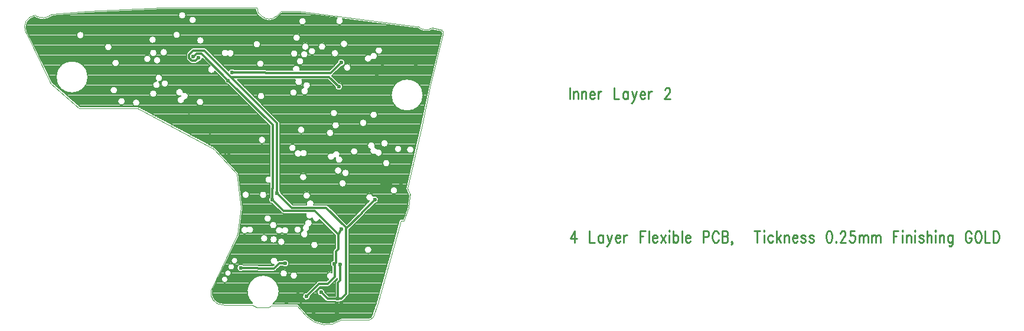
<source format=gbr>
*
*
G04 PADS 9.4.1 Build Number: 494907 generated Gerber (RS-274-X) file*
G04 PC Version=2.1*
*
%IN "MMSP_R_1.pcb"*%
*
%MOIN*%
*
%FSLAX35Y35*%
*
*
*
*
G04 PC Standard Apertures*
*
*
G04 Thermal Relief Aperture macro.*
%AMTER*
1,1,$1,0,0*
1,0,$1-$2,0,0*
21,0,$3,$4,0,0,45*
21,0,$3,$4,0,0,135*
%
*
*
G04 Annular Aperture macro.*
%AMANN*
1,1,$1,0,0*
1,0,$2,0,0*
%
*
*
G04 Odd Aperture macro.*
%AMODD*
1,1,$1,0,0*
1,0,$1-0.005,0,0*
%
*
*
G04 PC Custom Aperture Macros*
*
*
*
*
*
*
G04 PC Aperture Table*
*
%ADD010C,0.001*%
%ADD013C,0.01*%
%ADD015C,0.00787*%
%ADD025C,0.01181*%
%ADD032C,0.01969*%
%ADD035C,0.02362*%
*
*
*
*
G04 PC Circuitry*
G04 Layer Name MMSP_R_1.pcb - circuitry*
%LPD*%
*
*
G04 PC Custom Flashes*
G04 Layer Name MMSP_R_1.pcb - flashes*
%LPD*%
*
*
G04 PC Circuitry*
G04 Layer Name MMSP_R_1.pcb - circuitry*
%LPD*%
*
G54D10*
G01X1084338Y879416D02*
G75*
G03X1091450Y870727I6795J-1694D01*
G01X1084337Y879411D02*
X1084469Y879661D01*
X1084449Y879640*
X1099338Y910590*
X1101338Y925590*
X1099000Y945000*
X1086000Y959000*
X1043000Y982000*
X1010098*
X994098Y996000*
X979772Y1024917*
X985282Y1034748D02*
G03X979774Y1024913I607J-6800D01*
G01X985288Y1034748D02*
X985335Y1034744D01*
X986024Y1034055*
X986021Y1034056D02*
G03X994094Y1034883I3373J6886D01*
G01X994091Y1034881D02*
X994565Y1035356D01*
X1015000Y1037000*
X1057000Y1039000*
X1110433*
G03X1113187Y1034052I5045J-433*
G01X1113191Y1034049D02*
G03X1121065I3937J4610D01*
G01X1121067Y1034051D02*
X1124016Y1037000D01*
X1134000*
X1200197Y1028298*
X1201353*
G03X1209173Y1027455I4431J4416*
G01X1209174D02*
X1209247Y1027530D01*
X1214758Y1026365*
X1215407Y1024033D02*
G03X1214757Y1026366I-2399J589D01*
G01X1215407Y1024032D02*
X1208068Y994095D01*
X1203663Y972687*
X1195353Y936537*
X1196877Y932972*
X1193429Y918301D02*
G03X1196877Y932946I-27976J14316D01*
G01X1193432Y918307D02*
X1191535D01*
X1188000Y905000*
X1178563Y871588*
X1175919Y863986*
X1173588Y862205D02*
G03X1175920Y863988I-330J2848D01*
G01X1173585Y862205D02*
X1158055D01*
X1138351Y864223D02*
G03X1158054Y862204I11040J10587D01*
G01X1138356Y864218D02*
X1132826Y870374D01*
X1118110*
X1116978Y869242*
X1110236*
X1107677Y870727*
X1091453*
G54D13*
X1287008Y993767D02*
Y987205D01*
X1289053Y991580D02*
Y987205D01*
Y990330D02*
X1289735Y991267D01*
X1290190Y991580*
X1290872*
X1291326Y991267*
X1291553Y990330*
Y987205*
X1293599Y991580D02*
Y987205D01*
Y990330D02*
X1294281Y991267D01*
X1294735Y991580*
X1295417*
X1295872Y991267*
X1296099Y990330*
Y987205*
X1298144Y989705D02*
X1300872D01*
Y990330*
X1300644Y990955*
X1300417Y991267*
X1299962Y991580*
X1299281*
X1298826Y991267*
X1298372Y990642*
X1298144Y989705*
Y989080*
X1298372Y988142*
X1298826Y987517*
X1299281Y987205*
X1299962*
X1300417Y987517*
X1300872Y988142*
X1302917Y991580D02*
Y987205D01*
Y989705D02*
X1303144Y990642D01*
X1303599Y991267*
X1304053Y991580*
X1304735*
X1312008Y993767D02*
Y987205D01*
X1314735*
X1319508Y991580D02*
Y987205D01*
Y990642D02*
X1319053Y991267D01*
X1318599Y991580*
X1317917*
X1317462Y991267*
X1317008Y990642*
X1316781Y989705*
Y989080*
X1317008Y988142*
X1317462Y987517*
X1317917Y987205*
X1318599*
X1319053Y987517*
X1319508Y988142*
X1321781Y991580D02*
X1323144Y987205D01*
X1324508Y991580D02*
X1323144Y987205D01*
X1322690Y985955*
X1322235Y985330*
X1321781Y985017*
X1321553*
X1326553Y989705D02*
X1329281D01*
Y990330*
X1329053Y990955*
X1328826Y991267*
X1328372Y991580*
X1327690*
X1327235Y991267*
X1326781Y990642*
X1326553Y989705*
Y989080*
X1326781Y988142*
X1327235Y987517*
X1327690Y987205*
X1328372*
X1328826Y987517*
X1329281Y988142*
X1331326Y991580D02*
Y987205D01*
Y989705D02*
X1331553Y990642D01*
X1332008Y991267*
X1332462Y991580*
X1333144*
X1340644Y992205D02*
Y992517D01*
X1340872Y993142*
X1341099Y993455*
X1341553Y993767*
X1342462*
X1342917Y993455*
X1343144Y993142*
X1343372Y992517*
Y991892*
X1343144Y991267*
X1342690Y990330*
X1340417Y987205*
X1343599*
X1289674Y912665D02*
X1287402Y908290D01*
X1290811*
X1289674Y912665D02*
Y906102D01*
X1298083Y912665D02*
Y906102D01*
X1300811*
X1305583Y910477D02*
Y906102D01*
Y909540D02*
X1305129Y910165D01*
X1304674Y910477*
X1303992*
X1303538Y910165*
X1303083Y909540*
X1302856Y908602*
Y907977*
X1303083Y907040*
X1303538Y906415*
X1303992Y906102*
X1304674*
X1305129Y906415*
X1305583Y907040*
X1307856Y910477D02*
X1309220Y906102D01*
X1310583Y910477D02*
X1309220Y906102D01*
X1308765Y904852*
X1308311Y904227*
X1307856Y903915*
X1307629*
X1312629Y908602D02*
X1315356D01*
Y909227*
X1315129Y909852*
X1314902Y910165*
X1314447Y910477*
X1313765*
X1313311Y910165*
X1312856Y909540*
X1312629Y908602*
Y907977*
X1312856Y907040*
X1313311Y906415*
X1313765Y906102*
X1314447*
X1314902Y906415*
X1315356Y907040*
X1317402Y910477D02*
Y906102D01*
Y908602D02*
X1317629Y909540D01*
X1318083Y910165*
X1318538Y910477*
X1319220*
X1326492Y912665D02*
Y906102D01*
Y912665D02*
X1329447D01*
X1326492Y909540D02*
X1328311D01*
X1331492Y912665D02*
Y906102D01*
X1333538Y908602D02*
X1336265D01*
Y909227*
X1336038Y909852*
X1335811Y910165*
X1335356Y910477*
X1334674*
X1334220Y910165*
X1333765Y909540*
X1333538Y908602*
Y907977*
X1333765Y907040*
X1334220Y906415*
X1334674Y906102*
X1335356*
X1335811Y906415*
X1336265Y907040*
X1338311Y910477D02*
X1340811Y906102D01*
Y910477D02*
X1338311Y906102D01*
X1342856Y912665D02*
X1343083Y912352D01*
X1343311Y912665*
X1343083Y912977*
X1342856Y912665*
X1343083Y910477D02*
Y906102D01*
X1345356Y912665D02*
Y906102D01*
Y909540D02*
X1345811Y910165D01*
X1346265Y910477*
X1346947*
X1347402Y910165*
X1347856Y909540*
X1348083Y908602*
Y907977*
X1347856Y907040*
X1347402Y906415*
X1346947Y906102*
X1346265*
X1345811Y906415*
X1345356Y907040*
X1350129Y912665D02*
Y906102D01*
X1352174Y908602D02*
X1354902D01*
Y909227*
X1354674Y909852*
X1354447Y910165*
X1353992Y910477*
X1353311*
X1352856Y910165*
X1352402Y909540*
X1352174Y908602*
Y907977*
X1352402Y907040*
X1352856Y906415*
X1353311Y906102*
X1353992*
X1354447Y906415*
X1354902Y907040*
X1362174Y912665D02*
Y906102D01*
Y912665D02*
X1364220D01*
X1364902Y912352*
X1365129Y912040*
X1365356Y911415*
Y910477*
X1365129Y909852*
X1364902Y909540*
X1364220Y909227*
X1362174*
X1370811Y911102D02*
X1370583Y911727D01*
X1370129Y912352*
X1369674Y912665*
X1368765*
X1368311Y912352*
X1367856Y911727*
X1367629Y911102*
X1367402Y910165*
Y908602*
X1367629Y907665*
X1367856Y907040*
X1368311Y906415*
X1368765Y906102*
X1369674*
X1370129Y906415*
X1370583Y907040*
X1370811Y907665*
X1372856Y912665D02*
Y906102D01*
Y912665D02*
X1374902D01*
X1375583Y912352*
X1375811Y912040*
X1376038Y911415*
Y910790*
X1375811Y910165*
X1375583Y909852*
X1374902Y909540*
X1372856D02*
X1374902D01*
X1375583Y909227*
X1375811Y908915*
X1376038Y908290*
Y907352*
X1375811Y906727*
X1375583Y906415*
X1374902Y906102*
X1372856*
X1378538Y906415D02*
X1378311Y906102D01*
X1378083Y906415*
X1378311Y906727*
X1378538Y906415*
Y905790*
X1378311Y905165*
X1378083Y904852*
X1392629Y912665D02*
Y906102D01*
X1391038Y912665D02*
X1394220D01*
X1396265D02*
X1396492Y912352D01*
X1396720Y912665*
X1396492Y912977*
X1396265Y912665*
X1396492Y910477D02*
Y906102D01*
X1401492Y909540D02*
X1401038Y910165D01*
X1400583Y910477*
X1399902*
X1399447Y910165*
X1398992Y909540*
X1398765Y908602*
Y907977*
X1398992Y907040*
X1399447Y906415*
X1399902Y906102*
X1400583*
X1401038Y906415*
X1401492Y907040*
X1403538Y912665D02*
Y906102D01*
X1405811Y910477D02*
X1403538Y907352D01*
X1404447Y908602D02*
X1406038Y906102D01*
X1408083Y910477D02*
Y906102D01*
Y909227D02*
X1408765Y910165D01*
X1409220Y910477*
X1409902*
X1410356Y910165*
X1410583Y909227*
Y906102*
X1412629Y908602D02*
X1415356D01*
Y909227*
X1415129Y909852*
X1414902Y910165*
X1414447Y910477*
X1413765*
X1413311Y910165*
X1412856Y909540*
X1412629Y908602*
Y907977*
X1412856Y907040*
X1413311Y906415*
X1413765Y906102*
X1414447*
X1414902Y906415*
X1415356Y907040*
X1419902Y909540D02*
X1419674Y910165D01*
X1418992Y910477*
X1418311*
X1417629Y910165*
X1417402Y909540*
X1417629Y908915*
X1418083Y908602*
X1419220Y908290*
X1419674Y907977*
X1419902Y907352*
Y907040*
X1419674Y906415*
X1418992Y906102*
X1418311*
X1417629Y906415*
X1417402Y907040*
X1424447Y909540D02*
X1424220Y910165D01*
X1423538Y910477*
X1422856*
X1422174Y910165*
X1421947Y909540*
X1422174Y908915*
X1422629Y908602*
X1423765Y908290*
X1424220Y907977*
X1424447Y907352*
Y907040*
X1424220Y906415*
X1423538Y906102*
X1422856*
X1422174Y906415*
X1421947Y907040*
X1433083Y912665D02*
X1432402Y912352D01*
X1431947Y911415*
X1431720Y909852*
Y908915*
X1431947Y907352*
X1432402Y906415*
X1433083Y906102*
X1433538*
X1434220Y906415*
X1434674Y907352*
X1434902Y908915*
Y909852*
X1434674Y911415*
X1434220Y912352*
X1433538Y912665*
X1433083*
X1437174Y906727D02*
X1436947Y906415D01*
X1437174Y906102*
X1437402Y906415*
X1437174Y906727*
X1439674Y911102D02*
Y911415D01*
X1439902Y912040*
X1440129Y912352*
X1440583Y912665*
X1441492*
X1441947Y912352*
X1442174Y912040*
X1442402Y911415*
Y910790*
X1442174Y910165*
X1441720Y909227*
X1439447Y906102*
X1442629*
X1447629Y912665D02*
X1445356D01*
X1445129Y909852*
X1445356Y910165*
X1446038Y910477*
X1446720*
X1447402Y910165*
X1447856Y909540*
X1448083Y908602*
X1447856Y907977*
X1447629Y907040*
X1447174Y906415*
X1446492Y906102*
X1445811*
X1445129Y906415*
X1444902Y906727*
X1444674Y907352*
X1450129Y910477D02*
Y906102D01*
Y909227D02*
X1450811Y910165D01*
X1451265Y910477*
X1451947*
X1452402Y910165*
X1452629Y909227*
Y906102*
Y909227D02*
X1453311Y910165D01*
X1453765Y910477*
X1454447*
X1454902Y910165*
X1455129Y909227*
Y906102*
X1457174Y910477D02*
Y906102D01*
Y909227D02*
X1457856Y910165D01*
X1458311Y910477*
X1458992*
X1459447Y910165*
X1459674Y909227*
Y906102*
Y909227D02*
X1460356Y910165D01*
X1460811Y910477*
X1461492*
X1461947Y910165*
X1462174Y909227*
Y906102*
X1469447Y912665D02*
Y906102D01*
Y912665D02*
X1472402D01*
X1469447Y909540D02*
X1471265D01*
X1474447Y912665D02*
X1474674Y912352D01*
X1474902Y912665*
X1474674Y912977*
X1474447Y912665*
X1474674Y910477D02*
Y906102D01*
X1476947Y910477D02*
Y906102D01*
Y909227D02*
X1477629Y910165D01*
X1478083Y910477*
X1478765*
X1479220Y910165*
X1479447Y909227*
Y906102*
X1481492Y912665D02*
X1481720Y912352D01*
X1481947Y912665*
X1481720Y912977*
X1481492Y912665*
X1481720Y910477D02*
Y906102D01*
X1486492Y909540D02*
X1486265Y910165D01*
X1485583Y910477*
X1484902*
X1484220Y910165*
X1483992Y909540*
X1484220Y908915*
X1484674Y908602*
X1485811Y908290*
X1486265Y907977*
X1486492Y907352*
Y907040*
X1486265Y906415*
X1485583Y906102*
X1484902*
X1484220Y906415*
X1483992Y907040*
X1488538Y912665D02*
Y906102D01*
Y909227D02*
X1489220Y910165D01*
X1489674Y910477*
X1490356*
X1490811Y910165*
X1491038Y909227*
Y906102*
X1493083Y912665D02*
X1493311Y912352D01*
X1493538Y912665*
X1493311Y912977*
X1493083Y912665*
X1493311Y910477D02*
Y906102D01*
X1495583Y910477D02*
Y906102D01*
Y909227D02*
X1496265Y910165D01*
X1496720Y910477*
X1497402*
X1497856Y910165*
X1498083Y909227*
Y906102*
X1502856Y910477D02*
Y905477D01*
X1502629Y904540*
X1502402Y904227*
X1501947Y903915*
X1501265*
X1500811Y904227*
X1502856Y909540D02*
X1502402Y910165D01*
X1501947Y910477*
X1501265*
X1500811Y910165*
X1500356Y909540*
X1500129Y908602*
Y907977*
X1500356Y907040*
X1500811Y906415*
X1501265Y906102*
X1501947*
X1502402Y906415*
X1502856Y907040*
X1513538Y911102D02*
X1513311Y911727D01*
X1512856Y912352*
X1512402Y912665*
X1511492*
X1511038Y912352*
X1510583Y911727*
X1510356Y911102*
X1510129Y910165*
Y908602*
X1510356Y907665*
X1510583Y907040*
X1511038Y906415*
X1511492Y906102*
X1512402*
X1512856Y906415*
X1513311Y907040*
X1513538Y907665*
Y908602*
X1512402D02*
X1513538D01*
X1516947Y912665D02*
X1516492Y912352D01*
X1516038Y911727*
X1515811Y911102*
X1515583Y910165*
Y908602*
X1515811Y907665*
X1516038Y907040*
X1516492Y906415*
X1516947Y906102*
X1517856*
X1518311Y906415*
X1518765Y907040*
X1518992Y907665*
X1519220Y908602*
Y910165*
X1518992Y911102*
X1518765Y911727*
X1518311Y912352*
X1517856Y912665*
X1516947*
X1521265D02*
Y906102D01*
X1523992*
X1526038Y912665D02*
Y906102D01*
Y912665D02*
X1527629D01*
X1528311Y912352*
X1528765Y911727*
X1528992Y911102*
X1529220Y910165*
Y908602*
X1528992Y907665*
X1528765Y907040*
X1528311Y906415*
X1527629Y906102*
X1526038*
G54D15*
X1138976Y867717D02*
X1134449Y872244D01*
X1126969*
X1129331Y874606*
X1131299*
X1133465Y876772*
X1156693Y874213D02*
X1156890Y874409D01*
X1158071*
X1140551Y905709D02*
X1139173D01*
X1138583Y906299*
Y907480*
X1140748*
X1181102Y938976D02*
X1186122D01*
X1186713Y939567*
X1191732*
X1094488Y953937D02*
X1091142Y957283D01*
Y959843*
X1085236Y965945D02*
X1080906Y970276D01*
X1077756*
X1071850Y977362D02*
Y981102D01*
X1177953Y1001378D02*
X1181299Y1005709D01*
X1200000Y1007087D02*
X1203346Y1009843D01*
X1199016Y958661D02*
G03X1199016I-2166J0D01*
G01X1189764Y935630D02*
G03X1189764I-2166J0D01*
G01X1192126Y959055D02*
G03X1192126I-2165J0D01*
G01X1204134Y989567D02*
G03X1204134I-9055J0D01*
G01X1185433Y950984D02*
G03X1185433I-2165J0D01*
G01X1175197Y901969D02*
G03X1175197I-2166J0D01*
G01X1184449Y962205D02*
G03X1184449I-2166J0D01*
G01X1178346Y978346D02*
G03X1178346I-2165J0D01*
G01X1172441Y973819D02*
G03X1172441I-2165J0D01*
G01X1167323Y957677D02*
G03X1167323I-2166J0D01*
G01X1160827Y939567D02*
G03X1160827I-2166J0D01*
G01X1162402Y945472D02*
G03X1162402I-2166J0D01*
G01X1163386Y1005118D02*
G03X1163386I-2166J0D01*
G01X1158268Y946850D02*
G03X1158268I-2166J0D01*
G01X1153740Y968110D02*
G03X1153740I-2165J0D01*
G01X1156890Y972441D02*
G03X1156890I-2166J0D01*
G01X1155906Y979331D02*
G03X1155906I-2166J0D01*
G01X1140551Y932677D02*
G03X1140551I-2165J0D01*
G01X1138583Y943110D02*
G03X1138583I-2166J0D01*
G01X1137402Y969882D02*
G03X1137402I-2166J0D01*
G01X1132480Y959646D02*
G03X1132480I-2165J0D01*
G01X1133071Y990945D02*
G03X1133071I-2165J0D01*
G01X1114764Y988976D02*
G03X1114764I-2166J0D01*
G01X1161614Y1018504D02*
G03X1161614I-2165J0D01*
G01X1156496Y1013189D02*
G03X1156496I-2165J0D01*
G01X1149213Y1016929D02*
G03X1149213I-2166J0D01*
G01X1136811Y1008661D02*
G03X1136811I-2165J0D01*
G01X1139173Y1012598D02*
G03X1139173I-2165J0D01*
G01X1143504Y1014370D02*
G03X1143504I-2165J0D01*
G01X1139764Y1016929D02*
G03X1139764I-2166J0D01*
G01X1133465Y1012992D02*
G03X1133465I-2166J0D01*
G01X1134843Y1022047D02*
G03X1134843I-2166J0D01*
G01X1138189Y1031299D02*
G03X1138189I-2165J0D01*
G01X1114370Y1007283D02*
G03X1114370I-2165J0D01*
G01X1112402Y1018307D02*
G03X1112402I-2166J0D01*
G01X1080512Y1020472D02*
G03X1080512I-2166J0D01*
G01X1076181Y1032087D02*
G03X1076181I-2165J0D01*
G01X1067126Y1023622D02*
G03X1067126I-2165J0D01*
G01X1070276Y1034646D02*
G03X1070276I-2166J0D01*
G01X1060433Y996063D02*
G03X1060433I-2165J0D01*
G01X1053937Y990354D02*
G03X1053937I-2165J0D01*
G01X1056102Y1009252D02*
G03X1056102I-2165J0D01*
G01X1059843Y1013780D02*
G03X1059843I-2166J0D01*
G01X1050591Y1010039D02*
G03X1050591I-2166J0D01*
G01X1053937Y1013386D02*
G03X1053937I-2165J0D01*
G01X1053543Y1020866D02*
G03X1053543I-2165J0D01*
G01X1044291Y985236D02*
G03X1044291I-2165J0D01*
G01X1036024Y986024D02*
G03X1036024I-2166J0D01*
G01X1031693Y992323D02*
G03X1031693I-2165J0D01*
G01X1032677Y1007677D02*
G03X1032677I-2165J0D01*
G01X1028543Y1016732D02*
G03X1028543I-2165J0D01*
G01X1014961Y999803D02*
G03X1014961I-9055J0D01*
G01X1012795Y1023425D02*
G03X1012795I-2165J0D01*
G01X1080315Y985630D02*
G03X1080315I-2165J0D01*
G01X1115945Y933071D02*
G03X1115945I-2165J0D01*
G01X1115354Y964173D02*
G03X1115354I-2165J0D01*
G01X1093954Y885236D02*
G03X1093954I-1884J0D01*
G01X1095810Y888779D02*
G03X1095810I-1884J0D01*
G01X1097666Y892323D02*
G03X1097666I-1884J0D01*
G01X1099522Y895866D02*
G03X1099522I-1884J0D01*
G01X1106102Y933071D02*
G03X1106102I-2165J0D01*
G01X1133268Y887402D02*
G03X1133268I-2166J0D01*
G01X1135433Y913386D02*
G03X1135433I-2165J0D01*
G01X1127559Y888583D02*
G03X1127559I-2165J0D01*
G01X1126181Y906496D02*
G03X1126181I-2165J0D01*
G01X1121850Y907874D02*
G03X1121850I-2165J0D01*
G01X1121654Y915945D02*
G03X1121654I-2166J0D01*
G01X1116535Y908465D02*
G03X1116535I-2165J0D01*
G01X1118504Y919685D02*
G03X1118504I-2165J0D01*
G01X1144882Y904724D02*
G03X1144882I-2165J0D01*
G01X1214451Y1024267D02*
G03X1214227Y1025471I-1443J355D01*
G01X1214227D02*
X1209464Y1026478D01*
X1200961Y1027314D02*
G03X1209464Y1026478I4823J5400D01*
G01X1200961Y1027314D02*
X1200197D01*
X1200069Y1027322D02*
G03X1200197Y1027314I128J976D01*
G01X1200069Y1027322D02*
X1158642Y1032768D01*
X1155525Y1033178D02*
G03X1158642Y1032768I1365J-1682D01*
G01X1155525Y1033178D02*
X1133936Y1036016D01*
X1124423*
X1121763Y1033355*
X1121706Y1033303D02*
G03X1121763Y1033355I-639J748D01*
G01X1112639Y1033228D02*
G03X1121706Y1033303I4489J5431D01*
G01X1109456Y1038016D02*
G03X1112639Y1033228I6022J551D01*
G01X1109456Y1038016D02*
X1057023D01*
X1015063Y1036018*
X995005Y1034404*
X994787Y1034185*
X994693Y1034103D02*
G03X994787Y1034185I-602J778D01*
G01X985591Y1033171D02*
G03X994693Y1034103I3803J7771D01*
G01X985328Y1033359D02*
G03X985591Y1033171I696J696D01*
G01X985328Y1033359D02*
X984969Y1033718D01*
G03X980654Y1025354I920J-5770*
G01X994894Y996612*
X1010468Y982984*
X1043000*
X1043464Y982868D02*
G03X1043000Y982984I-464J-868D01*
G01X1043464Y982868D02*
X1086464Y959868D01*
X1086721Y959670D02*
G03X1086464Y959868I-721J-670D01*
G01X1086721Y959670D02*
X1099721Y945670D01*
X1099977Y945118D02*
G03X1099721Y945670I-977J-118D01*
G01X1099977Y945118D02*
X1102316Y925707D01*
X1102314Y925459D02*
G03X1102316Y925707I-976J131D01*
G01X1102314Y925459D02*
X1100314Y910459D01*
X1100225Y910163D02*
G03X1100314Y910459I-887J427D01*
G01X1100225Y910163D02*
X1085407Y879361D01*
X1085339Y879199D02*
G03X1085407Y879361I-870J462D01*
G01X1085339Y879199D02*
X1085265Y879060D01*
G03X1091408Y871710I5868J-1338*
G01X1091453Y871711D02*
G03X1091408Y871710I0J-984D01*
G01X1091453Y871711D02*
X1107677D01*
X1107855Y871695D02*
G03X1107677Y871711I-178J-968D01*
G01X1119290Y871358D02*
G03X1107855Y871695I-5510J7185D01*
G01X1119290Y871358D02*
X1132826D01*
X1133558Y871032D02*
G03X1132826Y871358I-732J-658D01*
G01X1133558Y871032D02*
X1139077Y864888D01*
G03X1157497Y863016I10314J9922*
G01X1158055Y863189D02*
G03X1157497Y863016I-0J-984D01*
G01X1158055Y863189D02*
X1173523D01*
G03X1174998Y864333I-265J1864*
G01X1177623Y871884*
X1187051Y905260*
X1190584Y918560*
X1191535Y919291D02*
G03X1190584Y918560I0J-984D01*
G01X1191535Y919291D02*
X1192823D01*
G03X1195894Y932767I-27370J13326*
G01X1194448Y936150*
X1194394Y936758D02*
G03X1194448Y936150I959J-221D01*
G01X1194394Y936758D02*
X1202701Y972896D01*
X1207104Y994294*
X1207112Y994330D02*
G03X1207104Y994294I956J-235D01*
G01X1207112Y994330D02*
X1214451Y1024267D01*
X1199016Y958661D02*
G03X1199016I-2166J0D01*
G01X1189764Y935630D02*
G03X1189764I-2166J0D01*
G01X1192126Y959055D02*
G03X1192126I-2165J0D01*
G01X1204134Y989567D02*
G03X1204134I-9055J0D01*
G01X1185433Y950984D02*
G03X1185433I-2165J0D01*
G01X1175197Y901969D02*
G03X1175197I-2166J0D01*
G01X1176834Y928150D02*
G03X1175898Y932296I-62J2165D01*
G01X1176834Y928150D02*
X1170949Y922265D01*
X1170590Y921709D02*
G03X1170949Y922265I-1114J1114D01*
G01X1170590Y921709D02*
X1162205Y913324D01*
Y876969*
X1161743Y875855D02*
G03X1162205Y876969I-1113J1114D01*
G01X1161743Y875855D02*
X1159184Y873296D01*
X1158988Y873099*
X1157874Y872638D02*
G03X1158988Y873099I0J1575D01*
G01X1157874Y872638D02*
X1157589D01*
X1154616D02*
G03X1157589I1486J1575D01*
G01X1154616D02*
X1150197D01*
X1149083Y873099D02*
G03X1150197Y872638I1114J1114D01*
G01X1149083Y873099D02*
X1146394Y875788D01*
X1148621Y878015D02*
G03X1146394Y875788I-2164J-62D01*
G01X1148621Y878015D02*
X1150849Y875787D01*
X1154528*
Y883366*
X1154989Y884480D02*
G03X1154528Y883366I1113J-1114D01*
G01X1154989Y884480D02*
X1155709Y885200D01*
Y885857*
X1155444Y885506D02*
G03X1155709Y885857I-1113J1114D01*
G01X1155444Y885506D02*
X1151501Y881564D01*
X1150388Y881102D02*
G03X1151501Y881564I-0J1575D01*
G01X1150388Y881102D02*
X1145928D01*
X1140353Y875528*
X1138126Y877755D02*
G03X1140353Y875528I63J-2164D01*
G01X1138126Y877755D02*
X1144162Y883791D01*
X1145276Y884252D02*
G03X1144162Y883791I-0J-1575D01*
G01X1145276Y884252D02*
X1149736D01*
X1150705Y885222*
X1152756Y889020D02*
G03X1150705Y885222I-1181J-1815D01*
G01X1152756Y889020D02*
Y892083D01*
X1153352Y895983D02*
G03X1152756Y892083I585J-2085D01*
G01X1153352Y895983D02*
Y901083D01*
X1153813Y902196D02*
G03X1153352Y901083I1114J-1113D01*
G01X1153813Y902196D02*
X1154724Y903107D01*
Y909972*
X1145684Y919012*
X1141537Y919972D02*
G03X1145684Y919012I2164J-90D01*
G01X1138032Y922441D02*
G03X1141537Y919972I1929J-984D01*
G01X1138032Y922441D02*
X1125394D01*
X1124280Y922902D02*
G03X1125394Y922441I1114J1114D01*
G01X1124280Y922902D02*
X1119032Y928150D01*
X1117520Y931801D02*
G03X1119032Y928150I1574J-1486D01*
G01X1117520Y931801D02*
Y936617D01*
X1117717Y937379D02*
G03X1117520Y936617I1377J-762D01*
G01X1117717Y937379D02*
Y939715D01*
Y943749D02*
G03Y939715I-788J-2017D01*
G01Y943749D02*
Y971985D01*
X1094032Y995670*
X1091930Y997772D02*
G03X1094032Y995670I2164J63D01*
G01X1091930Y997772D02*
X1086631Y1003071D01*
X1083780Y1005922D02*
G03X1086631Y1003071I866J-1985D01*
G01X1083780Y1005922D02*
X1079487Y1010215D01*
X1077425Y1008465D02*
G03X1079487Y1010215I-63J2165D01*
G01X1077425Y1008465D02*
X1076805Y1007846D01*
X1075692Y1007385D02*
G03X1076805Y1007846I-0J1575D01*
G01X1075692Y1007385D02*
X1073527D01*
X1072413Y1007846D02*
G03X1073527Y1007385I1114J1114D01*
G01X1072413Y1007846D02*
X1070934Y1009325D01*
X1070472Y1010439D02*
G03X1070934Y1009325I1575J-0D01*
G01X1070472Y1010439D02*
Y1012396D01*
X1070472*
X1070934Y1013509D02*
G03X1070472Y1012396I1113J-1113D01*
G01X1070934Y1013509D02*
X1073302Y1015877D01*
X1074415Y1016339D02*
G03X1073302Y1015877I0J-1575D01*
G01X1074415Y1016339D02*
X1080506D01*
X1080512*
X1081625Y1015877D02*
G03X1080512Y1016339I-1113J-1113D01*
G01X1081625Y1015877D02*
X1094275Y1003228D01*
X1097746Y1003937D02*
G03X1094275Y1003228I-1486J-1575D01*
G01X1097746Y1003937D02*
X1114865D01*
X1115907Y1003543D02*
G03X1114865Y1003937I-1042J-1181D01*
G01X1115907Y1003543D02*
X1130463D01*
X1134497D02*
G03X1130463I-2017J788D01*
G01X1134497D02*
X1151316D01*
X1155710Y1007937*
X1157937Y1005710D02*
G03X1155710Y1007937I-63J2164D01*
G01X1157937Y1005710D02*
X1153082Y1000855D01*
X1152521Y1000494D02*
G03X1153082Y1000855I-552J1475D01*
G01X1152521Y1000494D02*
X1156559Y996456D01*
X1154332Y994229D02*
G03X1156559Y996456I2164J62D01*
G01X1154332Y994229D02*
X1150332Y998228D01*
X1135673*
X1132043D02*
G03X1135673I1815J-1181D01*
G01X1132043D02*
X1099269D01*
X1122767Y974730*
X1123228Y973616D02*
G03X1122767Y974730I-1574J0D01*
G01X1123228Y973616D02*
Y935541D01*
X1123818Y934118D02*
G03X1123228Y935541I-2164J-63D01*
G01X1123818Y934118D02*
X1130574Y927362D01*
X1138337*
X1142371D02*
G03X1138337I-2017J788D01*
G01X1142371D02*
X1149404D01*
X1150517Y926901D02*
G03X1149404Y927362I-1113J-1114D01*
G01X1150517Y926901D02*
X1160922Y916496D01*
X1168003Y923577*
X1168363Y924133D02*
G03X1168003Y923577I1113J-1113D01*
G01X1168363Y924133D02*
X1173758Y929528D01*
X1175898Y932296D02*
G03X1173758Y929528I-2079J-603D01*
G01X1176944Y956044D02*
G03X1178175Y958916I1993J846D01*
G01X1174200Y958944D02*
G03X1176944Y956044I1981J-873D01*
G01X1176785Y960150D02*
G03X1174200Y958944I-1982J874D01*
G01X1178175Y958916D02*
G03X1176785Y960150I-1994J-845D01*
G01X1184449Y962205D02*
G03X1184449I-2166J0D01*
G01X1178346Y978346D02*
G03X1178346I-2165J0D01*
G01X1172441Y973819D02*
G03X1172441I-2165J0D01*
G01X1177782Y1013072D02*
G03X1177533Y1013306I1352J1692D01*
G01X1175134Y1009719D02*
G03X1177782Y1013072I1047J1895D01*
G01X1174078Y1012132D02*
G03X1175134Y1009719I-1047J-1896D01*
G01X1177533Y1013306D02*
G03X1174078Y1012132I-1352J-1692D01*
G01X1167323Y957677D02*
G03X1167323I-2166J0D01*
G01X1160827Y939567D02*
G03X1160827I-2166J0D01*
G01X1162402Y945472D02*
G03X1162402I-2166J0D01*
G01X1163386Y1005118D02*
G03X1163386I-2166J0D01*
G01X1158268Y946850D02*
G03X1158268I-2166J0D01*
G01X1154778Y953964D02*
G03X1157033Y955091I1915J-1011D01*
G01X1154245Y954121D02*
G03X1154778Y953964I873J1981D01*
G01X1153039Y956706D02*
G03X1154245Y954121I-874J-1982D01*
G01X1157033Y955091D02*
G03X1153039Y956706I-1915J1011D01*
G01X1153740Y968110D02*
G03X1153740I-2165J0D01*
G01X1156890Y972441D02*
G03X1156890I-2166J0D01*
G01X1155906Y979331D02*
G03X1155906I-2166J0D01*
G01X1140551Y932677D02*
G03X1140551I-2165J0D01*
G01X1138583Y943110D02*
G03X1138583I-2166J0D01*
G01X1135132Y955114D02*
G03X1134947Y958075I1482J1579D01*
X1135132Y955114I-1482J-1579*
G01X1137402Y969882D02*
G03X1137402I-2166J0D01*
G01X1138966Y992992D02*
G03X1136625Y993819I-580J2087D01*
X1138966Y992992I580J-2087*
G01X1132480Y959646D02*
G03X1132480I-2165J0D01*
G01X1133071Y990945D02*
G03X1133071I-2165J0D01*
G01X1114764Y988976D02*
G03X1114764I-2166J0D01*
G01X1161614Y1018504D02*
G03X1161614I-2165J0D01*
G01X1156496Y1013189D02*
G03X1156496I-2165J0D01*
G01X1149213Y1016929D02*
G03X1149213I-2166J0D01*
G01X1136811Y1008661D02*
G03X1136811I-2165J0D01*
G01X1139173Y1012598D02*
G03X1139173I-2165J0D01*
G01X1143504Y1014370D02*
G03X1143504I-2165J0D01*
G01X1139764Y1016929D02*
G03X1139764I-2166J0D01*
G01X1133465Y1012992D02*
G03X1133465I-2166J0D01*
G01X1134843Y1022047D02*
G03X1134843I-2166J0D01*
G01X1138189Y1031299D02*
G03X1138189I-2165J0D01*
G01X1114370Y1007283D02*
G03X1114370I-2165J0D01*
G01X1112402Y1018307D02*
G03X1112402I-2166J0D01*
G01X1093694Y1011710D02*
G03X1093904Y1014865I1582J1479D01*
X1093694Y1011710I-1581J-1479*
G01X1080512Y1020472D02*
G03X1080512I-2166J0D01*
G01X1076181Y1032087D02*
G03X1076181I-2165J0D01*
G01X1067126Y1023622D02*
G03X1067126I-2165J0D01*
G01X1070276Y1034646D02*
G03X1070276I-2166J0D01*
G01X1060433Y996063D02*
G03X1060433I-2165J0D01*
G01X1053937Y990354D02*
G03X1053937I-2165J0D01*
G01X1054782Y997052D02*
G03X1053683Y997436I139J2161D01*
X1054782Y997052I-140J-2160*
G01X1056102Y1009252D02*
G03X1056102I-2165J0D01*
G01X1059843Y1013780D02*
G03X1059843I-2166J0D01*
G01X1050591Y1010039D02*
G03X1050591I-2166J0D01*
G01X1053937Y1013386D02*
G03X1053937I-2165J0D01*
G01X1053543Y1020866D02*
G03X1053543I-2165J0D01*
G01X1044291Y985236D02*
G03X1044291I-2165J0D01*
G01X1036024Y986024D02*
G03X1036024I-2166J0D01*
G01X1031693Y992323D02*
G03X1031693I-2165J0D01*
G01X1032677Y1007677D02*
G03X1032677I-2165J0D01*
G01X1028543Y1016732D02*
G03X1028543I-2165J0D01*
G01X1014961Y999803D02*
G03X1014961I-9055J0D01*
G01X1012795Y1023425D02*
G03X1012795I-2165J0D01*
G01X1080315Y985630D02*
G03X1080315I-2165J0D01*
G01X1069488Y986811D02*
G03X1068696Y990991I0J2165D01*
G01X1067323Y988976D02*
G03X1069488Y986811I-0J-2165D01*
G01X1067328Y989127D02*
G03X1067323Y988976I2160J-151D01*
G01X1068696Y990991D02*
G03X1067328Y989127I-2161J151D01*
G01X1115945Y933071D02*
G03X1115945I-2165J0D01*
G01X1115354Y964173D02*
G03X1115354I-2165J0D01*
G01X1104928Y911710D02*
G03X1104718Y914865I1371J1676D01*
X1104928Y911710I-1372J-1676*
G01X1093954Y885236D02*
G03X1093954I-1884J0D01*
G01X1095810Y888779D02*
G03X1095810I-1884J0D01*
G01X1097666Y892323D02*
G03X1097666I-1884J0D01*
G01X1099522Y895866D02*
G03X1099522I-1884J0D01*
G01X1106102Y933071D02*
G03X1106102I-2165J0D01*
G01X1133268Y887402D02*
G03X1133268I-2166J0D01*
G01X1135433Y913386D02*
G03X1135433I-2165J0D01*
G01X1127559Y888583D02*
G03X1127559I-2165J0D01*
G01X1124695Y892717D02*
G03Y895866I1486J1574D01*
G01Y892717D02*
X1123487D01*
X1120995Y890225*
X1119882Y889764D02*
G03X1120995Y890225I-0J1575D01*
G01X1119882Y889764D02*
X1111024D01*
X1109982Y890157D02*
G03X1111024Y889764I1042J1182D01*
G01X1109982Y890157D02*
X1102667D01*
Y893307D02*
G03Y890157I-1486J-1575D01*
G01Y893307D02*
X1110630D01*
X1111672Y892913D02*
G03X1110630Y893307I-1042J-1181D01*
G01X1111672Y892913D02*
X1119230D01*
X1119821Y893505*
X1122047Y895655D02*
G03X1119821Y893505I-2165J14D01*
G01X1122835Y895866D02*
G03X1122047Y895655I-0J-1575D01*
G01X1122835Y895866D02*
X1124695D01*
X1126181Y906496D02*
G03X1126181I-2165J0D01*
G01X1121850Y907874D02*
G03X1121850I-2165J0D01*
G01X1124508Y911618D02*
G03Y914367I1673J1374D01*
Y911618I-1673J-1375*
G01X1121654Y915945D02*
G03X1121654I-2166J0D01*
G01X1116535Y908465D02*
G03X1116535I-2165J0D01*
G01X1118504Y919685D02*
G03X1118504I-2165J0D01*
G01X1144882Y904724D02*
G03X1144882I-2165J0D01*
G01X1140042Y915068D02*
G03X1137320Y916429I-672J2058D01*
G01X1138602Y912292D02*
G03X1140042Y915068I-610J2078D01*
G01X1136398Y912905D02*
G03X1138602Y912292I610J-2078D01*
G01X1137320Y916429D02*
G03X1136398Y912905I672J-2059D01*
G01X1066910Y1024566D02*
X1214493D01*
X1133866Y1023857D02*
X1214350D01*
X1066360Y1025274D02*
X1214343D01*
X1134542Y1023148D02*
X1214177D01*
X1134807Y1022440D02*
X1214003D01*
X1134819Y1021731D02*
X1213829D01*
X1134585Y1021022D02*
X1213655D01*
X1160638Y1020314D02*
X1213482D01*
X1161313Y1019605D02*
X1213308D01*
X1161578Y1018896D02*
X1213134D01*
X1161591Y1018188D02*
X1212961D01*
X1161356Y1017479D02*
X1212787D01*
X1179948Y1016770D02*
X1212613D01*
X1180867Y1016062D02*
X1212439D01*
X1181218Y1015353D02*
X1212266D01*
X1181296Y1014644D02*
X1212092D01*
X1181135Y1013936D02*
X1211918D01*
X1208453Y1025983D02*
X1211806D01*
X1180659Y1013227D02*
X1211744D01*
X1178149Y1012518D02*
X1211571D01*
X1178338Y1011810D02*
X1211397D01*
X1178285Y1011101D02*
X1211223D01*
X1177969Y1010392D02*
X1211050D01*
X1177162Y1009684D02*
X1210876D01*
X1174792Y1008975D02*
X1210702D01*
X1173931Y1008266D02*
X1210528D01*
X1160016Y1007558D02*
X1210355D01*
X1162521Y1006849D02*
X1210181D01*
X1163129Y1006140D02*
X1210007D01*
X1163363Y1005432D02*
X1209834D01*
X1163350Y1004723D02*
X1209660D01*
X1163083Y1004014D02*
X1209486D01*
X1162405Y1003306D02*
X1209312D01*
X1154824Y1002597D02*
X1209139D01*
X1154116Y1001888D02*
X1208965D01*
X1153407Y1001180D02*
X1208791D01*
X1152543Y1000471D02*
X1208618D01*
X1153252Y999762D02*
X1208444D01*
X1153961Y999054D02*
X1208270D01*
X1197301Y998345D02*
X1208096D01*
X1199187Y997636D02*
X1207923D01*
X1200353Y996928D02*
X1207749D01*
X1201222Y996219D02*
X1207575D01*
X1201910Y995510D02*
X1207402D01*
X1202467Y994802D02*
X1207228D01*
X1202921Y994093D02*
X1207063D01*
X1203290Y993385D02*
X1206917D01*
X1203583Y992676D02*
X1206771D01*
X1203810Y991967D02*
X1206625D01*
X1203974Y991259D02*
X1206479D01*
X1204080Y990550D02*
X1206334D01*
X1204130Y989841D02*
X1206188D01*
X1204123Y989133D02*
X1206042D01*
X1204061Y988424D02*
X1205896D01*
X1203943Y987715D02*
X1205750D01*
X1203764Y987007D02*
X1205605D01*
X1203523Y986298D02*
X1205459D01*
X1203213Y985589D02*
X1205313D01*
X1202827Y984881D02*
X1205167D01*
X1202351Y984172D02*
X1205021D01*
X1201768Y983463D02*
X1204876D01*
X1201044Y982755D02*
X1204730D01*
X1200122Y982046D02*
X1204584D01*
X1198856Y981337D02*
X1204438D01*
X1196529Y980629D02*
X1204292D01*
X1177669Y979920D02*
X1204146D01*
X1178166Y979211D02*
X1204001D01*
X1178341Y978503D02*
X1203855D01*
X1178275Y977794D02*
X1203709D01*
X1177941Y977085D02*
X1203563D01*
X1177080Y976377D02*
X1203417D01*
X1171402Y975668D02*
X1203272D01*
X1172116Y974959D02*
X1203126D01*
X980387Y1025983D02*
X1203116D01*
X1172397Y974251D02*
X1202980D01*
X1172423Y973542D02*
X1202834D01*
X1172204Y972833D02*
X1202687D01*
X1171624Y972125D02*
X1202524D01*
X1156632Y971416D02*
X1202361D01*
X1156022Y970707D02*
X1202198D01*
X1152634Y969999D02*
X1202035D01*
X1153391Y969290D02*
X1201872D01*
X980183Y1026692D02*
X1201765D01*
X1153688Y968581D02*
X1201709D01*
X1153727Y967873D02*
X1201546D01*
X1153523Y967164D02*
X1201384D01*
X1152971Y966455D02*
X1201221D01*
X1123228Y965747D02*
X1201058D01*
X1123228Y965038D02*
X1200895D01*
X1182701Y964329D02*
X1200732D01*
X1183922Y963621D02*
X1200569D01*
X1184330Y962912D02*
X1200406D01*
X1184449Y962203D02*
X1200243D01*
X1184329Y961495D02*
X1200080D01*
X1197268Y960786D02*
X1199917D01*
X1198489Y960077D02*
X1199754D01*
X1198897Y959369D02*
X1199591D01*
X980072Y1027400D02*
X1199473D01*
X1199016Y958660D02*
X1199429D01*
X1198896Y957951D02*
X1199266D01*
X1198486Y957243D02*
X1199103D01*
X1197255Y956534D02*
X1198940D01*
X1180823Y955825D02*
X1198777D01*
X1180180Y955117D02*
X1198614D01*
X1158296Y954408D02*
X1198451D01*
X1158725Y953699D02*
X1198288D01*
X1184082Y952991D02*
X1198125D01*
X1185001Y952282D02*
X1197962D01*
X1185351Y951573D02*
X1197799D01*
X1185430Y950865D02*
X1197637D01*
X1185268Y950156D02*
X1197474D01*
X1184793Y949448D02*
X1197311D01*
X1157162Y948739D02*
X1197148D01*
X1157918Y948030D02*
X1196985D01*
X1161363Y947322D02*
X1196822D01*
X1162077Y946613D02*
X1196659D01*
X1162358Y945904D02*
X1196496D01*
X1181073Y956534D02*
X1196446D01*
X1191262Y960786D02*
X1196433D01*
X1162384Y945196D02*
X1196333D01*
X1162164Y944487D02*
X1196170D01*
X1161585Y943778D02*
X1196007D01*
X1177190Y932440D02*
X1195894D01*
X1178410Y931731D02*
X1195882D01*
X1178818Y931022D02*
X1195853D01*
X1138582Y943070D02*
X1195845D01*
X1178937Y930314D02*
X1195807D01*
X1178817Y929605D02*
X1195745D01*
X1175422Y933148D02*
X1195731D01*
X1138449Y942361D02*
X1195682D01*
X1178408Y928896D02*
X1195667D01*
X1177176Y928188D02*
X1195571D01*
X1159245Y941652D02*
X1195519D01*
X1176163Y927479D02*
X1195458D01*
X1188842Y933857D02*
X1195428D01*
X1160333Y940944D02*
X1195356D01*
X1175454Y926770D02*
X1195328D01*
X1191146Y957243D02*
X1195214D01*
X1191869Y960077D02*
X1195212D01*
X1160721Y940235D02*
X1195193D01*
X1174746Y926062D02*
X1195181D01*
X1189484Y934566D02*
X1195125D01*
X1160826Y939526D02*
X1195030D01*
X1174037Y925353D02*
X1195015D01*
X1160693Y938818D02*
X1194867D01*
X1173328Y924644D02*
X1194832D01*
X1189734Y935274D02*
X1194822D01*
X1191824Y957951D02*
X1194805D01*
X1192103Y959369D02*
X1194804D01*
X1160262Y938109D02*
X1194704D01*
X1192090Y958660D02*
X1194685D01*
X1172620Y923936D02*
X1194631D01*
X1188845Y937400D02*
X1194541D01*
X1189735Y935983D02*
X1194519D01*
X1171911Y923227D02*
X1194410D01*
X1189486Y936692D02*
X1194381D01*
X1171202Y922518D02*
X1194171D01*
X980049Y1028109D02*
X1194082D01*
X1170682Y921810D02*
X1193912D01*
X1169982Y921101D02*
X1193633D01*
X1155473Y980629D02*
X1193629D01*
X1169273Y920392D02*
X1193332D01*
X1168564Y919684D02*
X1193011D01*
X1154669Y998345D02*
X1192856D01*
X1154554Y981337D02*
X1191301D01*
X1155378Y997636D02*
X1190970D01*
X1167856Y918975D02*
X1190813D01*
X1167147Y918266D02*
X1190506D01*
X1166438Y917558D02*
X1190318D01*
X1165730Y916849D02*
X1190130D01*
X1115451Y982046D02*
X1190036D01*
X1165021Y916140D02*
X1189941D01*
X1156087Y996928D02*
X1189805D01*
X1164312Y915432D02*
X1189753D01*
X1163604Y914723D02*
X1189565D01*
X1162895Y914014D02*
X1189377D01*
X1162205Y913306D02*
X1189188D01*
X1114742Y982755D02*
X1189113D01*
X1162205Y912597D02*
X1189000D01*
X1157482Y996219D02*
X1188935D01*
X1162205Y911888D02*
X1188812D01*
X1181073Y957243D02*
X1188776D01*
X980111Y1028818D02*
X1188691D01*
X1183919Y960786D02*
X1188660D01*
X1162205Y911180D02*
X1188623D01*
X1162205Y910471D02*
X1188435D01*
X1114034Y983463D02*
X1188390D01*
X1158286Y995510D02*
X1188247D01*
X1162205Y909762D02*
X1188247D01*
X1180824Y957951D02*
X1188098D01*
X1162205Y909054D02*
X1188059D01*
X1182688Y960077D02*
X1188052D01*
X1162205Y908345D02*
X1187870D01*
X1180184Y958660D02*
X1187832D01*
X1177914Y959369D02*
X1187818D01*
X1113325Y984172D02*
X1187806D01*
X1158600Y994802D02*
X1187690D01*
X1162205Y907636D02*
X1187682D01*
X1162205Y906928D02*
X1187494D01*
X1112616Y984881D02*
X1187331D01*
X1162205Y906219D02*
X1187305D01*
X1158652Y994093D02*
X1187236D01*
X1162205Y905510D02*
X1187117D01*
X1111908Y985589D02*
X1186944D01*
X1162205Y904802D02*
X1186921D01*
X1158462Y993385D02*
X1186868D01*
X1173449Y904093D02*
X1186721D01*
X1111199Y986298D02*
X1186634D01*
X1157938Y992676D02*
X1186574D01*
X1174670Y903385D02*
X1186521D01*
X1113498Y987007D02*
X1186393D01*
X1173895Y933857D02*
X1186355D01*
X1123228Y937400D02*
X1186352D01*
X1139357Y991967D02*
X1186348D01*
X1175078Y902676D02*
X1186321D01*
X1114359Y987715D02*
X1186215D01*
X1139318Y991259D02*
X1186183D01*
X1175197Y901967D02*
X1186121D01*
X1114692Y988424D02*
X1186096D01*
X1139019Y990550D02*
X1186077D01*
X1132091Y989133D02*
X1186034D01*
X1138260Y989841D02*
X1186028D01*
X1175077Y901259D02*
X1185920D01*
X1174667Y900550D02*
X1185720D01*
X1139445Y934566D02*
X1185713D01*
X1123228Y936692D02*
X1185711D01*
X1173436Y899841D02*
X1185520D01*
X1123443Y935274D02*
X1185462D01*
X1123228Y935983D02*
X1185462D01*
X1162205Y899133D02*
X1185320D01*
X1162205Y898424D02*
X1185120D01*
X1162205Y897715D02*
X1184920D01*
X1162205Y897007D02*
X1184719D01*
X1162205Y896298D02*
X1184519D01*
X1162205Y895589D02*
X1184319D01*
X1162205Y894881D02*
X1184119D01*
X1162205Y894172D02*
X1183919D01*
X1162205Y893463D02*
X1183719D01*
X1162205Y892755D02*
X1183518D01*
X1162205Y892046D02*
X1183318D01*
X1157789Y1029526D02*
X1183300D01*
X1162205Y891337D02*
X1183118D01*
X1162205Y890629D02*
X1182918D01*
X1162205Y889920D02*
X1182718D01*
X1162205Y889211D02*
X1182518D01*
X1158858Y952991D02*
X1182454D01*
X1162205Y888503D02*
X1182317D01*
X1162205Y887794D02*
X1182117D01*
X1162205Y887085D02*
X1181917D01*
X1176995Y960077D02*
X1181879D01*
X1123228Y964329D02*
X1181866D01*
X1123228Y949448D02*
X1181742D01*
X1162205Y886377D02*
X1181717D01*
X1158752Y952282D02*
X1181534D01*
X1162205Y885668D02*
X1181517D01*
X1162205Y884959D02*
X1181317D01*
X1123228Y950156D02*
X1181267D01*
X1158362Y951573D02*
X1181184D01*
X1162205Y884251D02*
X1181116D01*
X1157267Y950865D02*
X1181106D01*
X1162205Y883542D02*
X1180916D01*
X1162205Y882833D02*
X1180716D01*
X1176955Y960786D02*
X1180648D01*
X1123228Y963621D02*
X1180645D01*
X1162205Y882125D02*
X1180516D01*
X1162205Y881416D02*
X1180316D01*
X1176917Y961495D02*
X1180238D01*
X1175863Y962912D02*
X1180237D01*
X1176619Y962203D02*
X1180118D01*
X1162205Y880707D02*
X1180116D01*
X1162205Y879999D02*
X1179915D01*
X1162205Y879290D02*
X1179715D01*
X1162205Y878581D02*
X1179515D01*
X1162205Y877873D02*
X1179315D01*
X1162205Y877164D02*
X1179115D01*
X1162119Y876455D02*
X1178915D01*
X1161635Y875747D02*
X1178714D01*
X1160927Y875038D02*
X1178514D01*
X1160746Y1016770D02*
X1178320D01*
X1160218Y874329D02*
X1178314D01*
X1159509Y873621D02*
X1178114D01*
X1158762Y872912D02*
X1177914D01*
X1158650Y1030235D02*
X1177910D01*
X1156910Y872203D02*
X1177714D01*
X1157046Y955117D02*
X1177694D01*
X1119464Y871495D02*
X1177488D01*
X1149031Y1016062D02*
X1177401D01*
X1133779Y870786D02*
X1177242D01*
X1156363Y1013936D02*
X1177133D01*
X1166280Y955825D02*
X1177051D01*
X1154407Y1015353D02*
X1177050D01*
X1134415Y870077D02*
X1176995D01*
X1155934Y1014644D02*
X1176972D01*
X1135052Y869369D02*
X1176749D01*
X1135688Y868660D02*
X1176502D01*
X1175851Y932440D02*
X1176354D01*
X1136325Y867951D02*
X1176256D01*
X1136962Y867243D02*
X1176010D01*
X1137598Y866534D02*
X1175763D01*
X1138235Y865825D02*
X1175517D01*
X1121120Y976377D02*
X1175282D01*
X1138871Y865117D02*
X1175270D01*
X1175125Y1009684D02*
X1175200D01*
X1139561Y864408D02*
X1175024D01*
X1156496Y1013227D02*
X1174736D01*
X1155824Y979920D02*
X1174693D01*
X1166997Y956534D02*
X1174656D01*
X1140370Y863699D02*
X1174567D01*
X1120412Y977085D02*
X1174421D01*
X1156390Y1012518D02*
X1174214D01*
X1155902Y979211D02*
X1174196D01*
X1167279Y957243D02*
X1174180D01*
X1167087Y958660D02*
X1174097D01*
X1155266Y977794D02*
X1174087D01*
X1155741Y978503D02*
X1174021D01*
X1167305Y957951D02*
X1174019D01*
X1123228Y962912D02*
X1173744D01*
X1140202Y933857D02*
X1173743D01*
X1166509Y959369D02*
X1173407D01*
X1141958Y929605D02*
X1173245D01*
X1142387Y928896D02*
X1173126D01*
X1123228Y962203D02*
X1172987D01*
X1132437Y960077D02*
X1172855D01*
X1131442Y961495D02*
X1172690D01*
X1132156Y960786D02*
X1172651D01*
X1162205Y899841D02*
X1172627D01*
X1162205Y904093D02*
X1172614D01*
X1158983Y1030944D02*
X1172519D01*
X1142519Y928188D02*
X1172417D01*
X1140499Y933148D02*
X1172216D01*
X1140430Y930314D02*
X1172150D01*
X1160004Y1008266D02*
X1172132D01*
X1140538Y932440D02*
X1171786D01*
X1139782Y931022D02*
X1171760D01*
X1142413Y927479D02*
X1171709D01*
X1140334Y931731D02*
X1171654D01*
X1156000Y1011810D02*
X1171544D01*
X1162205Y900550D02*
X1171396D01*
X1162205Y903385D02*
X1171393D01*
X1159739Y1008975D02*
X1171271D01*
X1154905Y1011101D02*
X1171046D01*
X1150648Y926770D02*
X1171000D01*
X1162205Y901259D02*
X1170986D01*
X1162205Y902676D02*
X1170985D01*
X1159063Y1009684D02*
X1170938D01*
X1135947Y1010392D02*
X1170872D01*
X1162205Y901967D02*
X1170866D01*
X1151357Y926062D02*
X1170291D01*
X1152065Y925353D02*
X1169583D01*
X1121829Y975668D02*
X1169149D01*
X1156867Y972125D02*
X1168927D01*
X1152774Y924644D02*
X1168874D01*
X1122538Y974959D02*
X1168435D01*
X1156854Y972833D02*
X1168348D01*
X1153482Y923936D02*
X1168195D01*
X1155913Y974251D02*
X1168154D01*
X1156589Y973542D02*
X1168128D01*
X1154191Y923227D02*
X1167653D01*
X1159050Y1031652D02*
X1167128D01*
X1154900Y922518D02*
X1166945D01*
X1155608Y921810D02*
X1166236D01*
X1156317Y921101D02*
X1165527D01*
X1157026Y920392D02*
X1164819D01*
X1157734Y919684D02*
X1164110D01*
X1157266Y955825D02*
X1164035D01*
X1132463Y959369D02*
X1163806D01*
X1158443Y918975D02*
X1163401D01*
X1157240Y956534D02*
X1163318D01*
X1137519Y958660D02*
X1163228D01*
X1156959Y957243D02*
X1163036D01*
X1156245Y957951D02*
X1163010D01*
X1159152Y918266D02*
X1162693D01*
X1159860Y917558D02*
X1161984D01*
X1158875Y1032361D02*
X1161738D01*
X1160569Y916849D02*
X1161275D01*
X1155533Y1003306D02*
X1160035D01*
X1159781Y1006849D02*
X1159919D01*
X1156242Y1004014D02*
X1159357D01*
X1159172Y1006140D02*
X1159312D01*
X1158216Y947322D02*
X1159109D01*
X1156950Y1004723D02*
X1159091D01*
X1157659Y1005432D02*
X1159078D01*
X1138477Y943778D02*
X1158888D01*
X1158255Y946613D02*
X1158395D01*
X1138089Y944487D02*
X1158308D01*
X1133975Y1020314D02*
X1158260D01*
X1149207Y1016770D02*
X1158151D01*
X1158050Y945904D02*
X1158114D01*
X1157499Y945196D02*
X1158089D01*
X1138018Y941652D02*
X1158078D01*
X1111970Y1019605D02*
X1157584D01*
X1149142Y1017479D02*
X1157541D01*
X1141321Y862991D02*
X1157461D01*
X1147952Y1018896D02*
X1157319D01*
X1148809Y1018188D02*
X1157307D01*
X1123228Y938109D02*
X1157060D01*
X1123228Y940944D02*
X1156990D01*
X1136555Y1009684D02*
X1156685D01*
X1123228Y938818D02*
X1156630D01*
X1123228Y940235D02*
X1156602D01*
X1123228Y939526D02*
X1156496D01*
X1142472Y862282D02*
X1156310D01*
X1123228Y950865D02*
X1156119D01*
X1136788Y1008975D02*
X1156009D01*
X1137267Y1029526D02*
X1155991D01*
X1136775Y1008266D02*
X1155744D01*
X1155585Y885668D02*
X1155709D01*
X1154897Y884959D02*
X1155468D01*
X1137271Y1033070D02*
X1155402D01*
X1136509Y1007558D02*
X1155331D01*
X1120245Y872203D02*
X1155295D01*
X1137909Y1030235D02*
X1155130D01*
X1139154Y992676D02*
X1155054D01*
X1123228Y948739D02*
X1155043D01*
X1123228Y951573D02*
X1155024D01*
X1137911Y1032361D02*
X1154905D01*
X1143949Y861573D02*
X1154832D01*
X1154189Y884251D02*
X1154799D01*
X1138160Y1030944D02*
X1154796D01*
X1138160Y1031652D02*
X1154730D01*
X1138894Y909762D02*
X1154724D01*
X1138251Y909054D02*
X1154724D01*
X1125143Y908345D02*
X1154724D01*
X1125856Y907636D02*
X1154724D01*
X1126138Y906928D02*
X1154724D01*
X1144283Y906219D02*
X1154724D01*
X1144734Y905510D02*
X1154724D01*
X1144881Y904802D02*
X1154724D01*
X1144788Y904093D02*
X1154724D01*
X1144418Y903385D02*
X1154724D01*
X1137001Y945196D02*
X1154706D01*
X1154073Y953699D02*
X1154660D01*
X1123228Y952282D02*
X1154634D01*
X1135831Y1006849D02*
X1154622D01*
X1153480Y883542D02*
X1154537D01*
X1139734Y993385D02*
X1154530D01*
X1153463Y952991D02*
X1154528D01*
X1152771Y882833D02*
X1154528D01*
X1152063Y882125D02*
X1154528D01*
X1151331Y881416D02*
X1154528D01*
X1145533Y880707D02*
X1154528D01*
X1147166Y879999D02*
X1154528D01*
X1148160Y879290D02*
X1154528D01*
X1148529Y878581D02*
X1154528D01*
X1148764Y877873D02*
X1154528D01*
X1149473Y877164D02*
X1154528D01*
X1150181Y876455D02*
X1154528D01*
X1140314Y994093D02*
X1154340D01*
X1143418Y902676D02*
X1154293D01*
X1123228Y948030D02*
X1154287D01*
X1148532Y1015353D02*
X1154255D01*
X1139144Y910471D02*
X1154225D01*
X1123228Y945904D02*
X1154155D01*
X1138376Y957951D02*
X1153991D01*
X1123228Y947322D02*
X1153989D01*
X1123228Y946613D02*
X1153950D01*
X1133669Y1006140D02*
X1153913D01*
X1140533Y994802D02*
X1153758D01*
X1138572Y1011101D02*
X1153757D01*
X1096283Y901967D02*
X1153624D01*
X1123095Y974251D02*
X1153535D01*
X1139144Y911180D02*
X1153516D01*
X1137238Y970707D02*
X1153427D01*
X1095942Y901259D02*
X1153362D01*
X1095601Y900550D02*
X1153352D01*
X1095260Y899841D02*
X1153352D01*
X1094919Y899133D02*
X1153352D01*
X1094578Y898424D02*
X1153352D01*
X1120591Y897715D02*
X1153352D01*
X1121585Y897007D02*
X1153352D01*
X1126995Y896298D02*
X1153352D01*
X1138709Y957243D02*
X1153277D01*
X1134345Y1005432D02*
X1153205D01*
X1140508Y995510D02*
X1153050D01*
X1116160Y981337D02*
X1152926D01*
X1123228Y973542D02*
X1152860D01*
X1136764Y971416D02*
X1152817D01*
X1138895Y911888D02*
X1152808D01*
X1122816Y892046D02*
X1152756D01*
X1122108Y891337D02*
X1152756D01*
X1126103Y890629D02*
X1152756D01*
X1127097Y889920D02*
X1152756D01*
X1152389Y889211D02*
X1152756D01*
X1143487Y1014644D02*
X1152727D01*
X1139025Y1011810D02*
X1152661D01*
X1146173Y860865D02*
X1152608D01*
X1123228Y972833D02*
X1152595D01*
X1127914Y895589D02*
X1152585D01*
X1123228Y972125D02*
X1152582D01*
X1134610Y1004723D02*
X1152496D01*
X1140227Y996219D02*
X1152341D01*
X1143460Y1013936D02*
X1152298D01*
X1142461Y1012518D02*
X1152272D01*
X1119703Y977794D02*
X1152215D01*
X1143178Y1013227D02*
X1152166D01*
X1139235Y912597D02*
X1152099D01*
X1127707Y892755D02*
X1152098D01*
X1128265Y894881D02*
X1152008D01*
X1116868Y980629D02*
X1152007D01*
X1128182Y893463D02*
X1151816D01*
X1128343Y894172D02*
X1151789D01*
X1134622Y1004014D02*
X1151787D01*
X1118994Y978503D02*
X1151739D01*
X1117577Y979920D02*
X1151656D01*
X1139513Y996928D02*
X1151632D01*
X1118286Y979211D02*
X1151578D01*
X1139878Y913306D02*
X1151390D01*
X1138774Y956534D02*
X1150976D01*
X1122186Y1033778D02*
X1150956D01*
X1135942Y997636D02*
X1150924D01*
X1123228Y952991D02*
X1150868D01*
X1132291Y889211D02*
X1150761D01*
X1140128Y914014D02*
X1150682D01*
X1137398Y969999D02*
X1150515D01*
X1120169Y884959D02*
X1150443D01*
X1138598Y955825D02*
X1150301D01*
X1123228Y953699D02*
X1150258D01*
X1123228Y966455D02*
X1150178D01*
X1132400Y885668D02*
X1150049D01*
X1138099Y955117D02*
X1150036D01*
X1134039Y954408D02*
X1150023D01*
X1140129Y914723D02*
X1149973D01*
X1132967Y888503D02*
X1149842D01*
X1137319Y969290D02*
X1149759D01*
X1123228Y967164D02*
X1149627D01*
X1133010Y886377D02*
X1149574D01*
X1133232Y887794D02*
X1149491D01*
X1136968Y968581D02*
X1149461D01*
X1136044Y967873D02*
X1149422D01*
X1133245Y887085D02*
X1149413D01*
X1120871Y872912D02*
X1149309D01*
X1140719Y915432D02*
X1149264D01*
X1139088Y873621D02*
X1148562D01*
X1141298Y916140D02*
X1148556D01*
X1139949Y874329D02*
X1147853D01*
X1141518Y916849D02*
X1147847D01*
X1140283Y875038D02*
X1147144D01*
X1141492Y917558D02*
X1147138D01*
X1140572Y875747D02*
X1146436D01*
X1145143Y918266D02*
X1146430D01*
X1138503Y1018896D02*
X1146142D01*
X1144824Y879999D02*
X1145747D01*
X1145667Y918975D02*
X1145721D01*
X1122895Y1034487D02*
X1145565D01*
X1143268Y1015353D02*
X1145562D01*
X1139361Y1018188D02*
X1145285D01*
X1120810Y884251D02*
X1145211D01*
X1142690Y1016062D02*
X1145063D01*
X1139693Y1017479D02*
X1144953D01*
X1141281Y876455D02*
X1144892D01*
X1139758Y1016770D02*
X1144888D01*
X1144116Y879290D02*
X1144754D01*
X1141990Y877164D02*
X1144440D01*
X1143407Y878581D02*
X1144385D01*
X1142698Y877873D02*
X1144293D01*
X1121330Y883542D02*
X1143913D01*
X1121754Y882833D02*
X1143205D01*
X1122096Y882125D02*
X1142496D01*
X1141211Y918266D02*
X1142259D01*
X1096623Y902676D02*
X1142015D01*
X1122367Y881416D02*
X1141787D01*
X1140497Y918975D02*
X1141734D01*
X1141204Y919684D02*
X1141544D01*
X1126163Y906219D02*
X1141150D01*
X1122572Y880707D02*
X1141079D01*
X1096964Y903385D02*
X1141015D01*
X1125944Y905510D02*
X1140699D01*
X1097305Y904093D02*
X1140645D01*
X1125364Y904802D02*
X1140553D01*
X1122717Y879999D02*
X1140370D01*
X1127622Y930314D02*
X1140278D01*
X1139172Y1012518D02*
X1140216D01*
X1123603Y1035196D02*
X1140175D01*
X1139582Y1016062D02*
X1139987D01*
X1122804Y879290D02*
X1139661D01*
X1139080Y1013227D02*
X1139499D01*
X1139083Y1015353D02*
X1139409D01*
X1138711Y1013936D02*
X1139217D01*
X1137717Y1014644D02*
X1139191D01*
X1122835Y878581D02*
X1138953D01*
X1128331Y929605D02*
X1138751D01*
X1118504Y919684D02*
X1138717D01*
X1129039Y928896D02*
X1138322D01*
X1130457Y927479D02*
X1138295D01*
X1122810Y877873D02*
X1138244D01*
X1118384Y918975D02*
X1138243D01*
X1129748Y928188D02*
X1138189D01*
X1118385Y920392D02*
X1138075D01*
X1117977Y921101D02*
X1137825D01*
X1116756Y921810D02*
X1137824D01*
X1117975Y918266D02*
X1137529D01*
X1123758Y934566D02*
X1137326D01*
X1121380Y873621D02*
X1137290D01*
X1136020Y996928D02*
X1137259D01*
X1120933Y917558D02*
X1137248D01*
X1121456Y916849D02*
X1137222D01*
X1126913Y931022D02*
X1136989D01*
X1121645Y916140D02*
X1136745D01*
X1122729Y877164D02*
X1136701D01*
X1112320Y1018896D02*
X1136693D01*
X1124079Y933857D02*
X1136570D01*
X1135859Y996219D02*
X1136545D01*
X1103404Y994093D02*
X1136458D01*
X1126205Y931731D02*
X1136438D01*
X1121794Y874329D02*
X1136429D01*
X1132699Y1014644D02*
X1136299D01*
X1124788Y933148D02*
X1136272D01*
X1135384Y995510D02*
X1136264D01*
X1102695Y994802D02*
X1136238D01*
X1125496Y932440D02*
X1136234D01*
X1122591Y876455D02*
X1136204D01*
X1132769Y989841D02*
X1136150D01*
X1095352Y1015353D02*
X1136114D01*
X1135432Y913306D02*
X1136106D01*
X1133977Y915432D02*
X1136105D01*
X1122129Y875038D02*
X1136095D01*
X1122392Y875747D02*
X1136029D01*
X1135340Y914014D02*
X1135856D01*
X1134971Y914723D02*
X1135856D01*
X1112398Y1018188D02*
X1135836D01*
X1123228Y945196D02*
X1135834D01*
X1104112Y993385D02*
X1135805D01*
X1121501Y909054D02*
X1135765D01*
X1135284Y912597D02*
X1135761D01*
X1133541Y958660D02*
X1135709D01*
X1081404Y1016062D02*
X1135614D01*
X1112237Y1017479D02*
X1135504D01*
X1132354Y1011101D02*
X1135444D01*
X1111762Y1016770D02*
X1135439D01*
X1133035Y990550D02*
X1135391D01*
X1133248Y1013936D02*
X1135305D01*
X1132207Y992676D02*
X1135256D01*
X1120745Y909762D02*
X1135122D01*
X1134832Y911888D02*
X1135121D01*
X1133048Y991259D02*
X1135092D01*
X1132814Y991967D02*
X1135052D01*
X1133113Y1011810D02*
X1134991D01*
X1133452Y1013227D02*
X1134936D01*
X1115184Y910471D02*
X1134872D01*
X1127366Y911180D02*
X1134871D01*
X1133412Y1012518D02*
X1134844D01*
X1123228Y941652D02*
X1134816D01*
X1124312Y1035904D02*
X1134784D01*
X980264Y1029526D02*
X1134780D01*
X1121418Y1033070D02*
X1134777D01*
X1123228Y944487D02*
X1134746D01*
X1123228Y967873D02*
X1134429D01*
X1123228Y942361D02*
X1134386D01*
X1123228Y943778D02*
X1134358D01*
X1123228Y943070D02*
X1134252D01*
X1075138Y1030235D02*
X1134138D01*
X1120288Y1032361D02*
X1134136D01*
X1075855Y1030944D02*
X1133888D01*
X1117873Y1031652D02*
X1133887D01*
X1123228Y971416D02*
X1133708D01*
X1123228Y968581D02*
X1133505D01*
X1114326Y1006849D02*
X1133461D01*
X1132243Y958660D02*
X1133389D01*
X1087110Y1010392D02*
X1133345D01*
X1123228Y970707D02*
X1133234D01*
X1123228Y969290D02*
X1133153D01*
X1123228Y969999D02*
X1133074D01*
X1123228Y954408D02*
X1132891D01*
X1114353Y1007558D02*
X1132783D01*
X1087819Y1009684D02*
X1132737D01*
X1121592Y915432D02*
X1132558D01*
X1114134Y1008266D02*
X1132517D01*
X1113557Y1008975D02*
X1132503D01*
X1101986Y995510D02*
X1132333D01*
X1131663Y957951D02*
X1131861D01*
X1101278Y996219D02*
X1131857D01*
X1123228Y955117D02*
X1131795D01*
X1099860Y997636D02*
X1131775D01*
X1128044Y911888D02*
X1131704D01*
X1100569Y996928D02*
X1131696D01*
X1127482Y914723D02*
X1131565D01*
X1067113Y1023857D02*
X1131488D01*
X1123228Y957243D02*
X1131432D01*
X1123228Y955825D02*
X1131406D01*
X1111050Y1020314D02*
X1131380D01*
X1123228Y956534D02*
X1131300D01*
X1114044Y1006140D02*
X1131291D01*
X1128310Y912597D02*
X1131251D01*
X1128090Y914014D02*
X1131196D01*
X1128324Y913306D02*
X1131104D01*
X1067074Y1023148D02*
X1130813D01*
X1080441Y1021022D02*
X1130770D01*
X1113327Y1005432D02*
X1130616D01*
X1079251Y1022440D02*
X1130548D01*
X1080109Y1021731D02*
X1130535D01*
X1092780Y1004723D02*
X1130351D01*
X1097659Y1004014D02*
X1130338D01*
X1095850Y1011101D02*
X1130244D01*
X1127466Y889211D02*
X1129913D01*
X1096879Y1014644D02*
X1129900D01*
X1119368Y885668D02*
X1129805D01*
X1114758Y989133D02*
X1129720D01*
X1104821Y992676D02*
X1129605D01*
X1096945Y1011810D02*
X1129485D01*
X1097308Y1013936D02*
X1129350D01*
X1127558Y888503D02*
X1129238D01*
X1118322Y886377D02*
X1129195D01*
X1123228Y961495D02*
X1129188D01*
X1097335Y1012518D02*
X1129186D01*
X1097441Y1013227D02*
X1129147D01*
X1114584Y989841D02*
X1129043D01*
X1105530Y991967D02*
X1128997D01*
X1127410Y887794D02*
X1128973D01*
X1123228Y957951D02*
X1128966D01*
X1126958Y887085D02*
X1128960D01*
X1114086Y990550D02*
X1128776D01*
X1106238Y991259D02*
X1128763D01*
X1123228Y960786D02*
X1128474D01*
X1123228Y958660D02*
X1128387D01*
X1123228Y960077D02*
X1128193D01*
X1123228Y959369D02*
X1128167D01*
X1121954Y896298D02*
X1125367D01*
X1124020Y911180D02*
X1124996D01*
X1101922Y922518D02*
X1124906D01*
X1124136Y914723D02*
X1124880D01*
X1121399Y890629D02*
X1124684D01*
X1102016Y923227D02*
X1123955D01*
X1116785Y887085D02*
X1123830D01*
X1120566Y889920D02*
X1123691D01*
X1095532Y887794D02*
X1123377D01*
X1095760Y889211D02*
X1123322D01*
X1102111Y923936D02*
X1123247D01*
X1095790Y888503D02*
X1123230D01*
X1121799Y908345D02*
X1122889D01*
X1097646Y904802D02*
X1122667D01*
X1102205Y924644D02*
X1122538D01*
X1121837Y907636D02*
X1122175D01*
X1097987Y905510D02*
X1122088D01*
X1121633Y906928D02*
X1121894D01*
X1121082Y906219D02*
X1121868D01*
X1102300Y925353D02*
X1121829D01*
X1104154Y911180D02*
X1121650D01*
X1121276Y914723D02*
X1121534D01*
X1102273Y926062D02*
X1121121D01*
X1107863Y911888D02*
X1120972D01*
X1120469Y914014D02*
X1120926D01*
X1108316Y912597D02*
X1120706D01*
X1108463Y913306D02*
X1120692D01*
X1102188Y926770D02*
X1120412D01*
X1102482Y893463D02*
X1119779D01*
X1102102Y927479D02*
X1119703D01*
X1098000Y897715D02*
X1119173D01*
X1102017Y928188D02*
X1118690D01*
X1116103Y909762D02*
X1118626D01*
X1108371Y914014D02*
X1118507D01*
X1098462Y894172D02*
X1118318D01*
X1098328Y906219D02*
X1118289D01*
X1099138Y897007D02*
X1118179D01*
X1116743Y917558D02*
X1118043D01*
X1116454Y909054D02*
X1117869D01*
X1099244Y894881D02*
X1117865D01*
X1099472Y896298D02*
X1117810D01*
X1115896Y906928D02*
X1117737D01*
X1099502Y895589D02*
X1117718D01*
X1064874Y971416D02*
X1117717D01*
X1066199Y970707D02*
X1117717D01*
X1067524Y969999D02*
X1117717D01*
X1068849Y969290D02*
X1117717D01*
X1070174Y968581D02*
X1117717D01*
X1071499Y967873D02*
X1117717D01*
X1072824Y967164D02*
X1117717D01*
X1074149Y966455D02*
X1117717D01*
X1114677Y965747D02*
X1117717D01*
X1115174Y965038D02*
X1117717D01*
X1115349Y964329D02*
X1117717D01*
X1115283Y963621D02*
X1117717D01*
X1114949Y962912D02*
X1117717D01*
X1114088Y962203D02*
X1117717D01*
X1083423Y961495D02*
X1117717D01*
X1084748Y960786D02*
X1117717D01*
X1086073Y960077D02*
X1117717D01*
X1087001Y959369D02*
X1117717D01*
X1087659Y958660D02*
X1117717D01*
X1088317Y957951D02*
X1117717D01*
X1088975Y957243D02*
X1117717D01*
X1089633Y956534D02*
X1117717D01*
X1090291Y955825D02*
X1117717D01*
X1090949Y955117D02*
X1117717D01*
X1091607Y954408D02*
X1117717D01*
X1092265Y953699D02*
X1117717D01*
X1092923Y952991D02*
X1117717D01*
X1093581Y952282D02*
X1117717D01*
X1094239Y951573D02*
X1117717D01*
X1094897Y950865D02*
X1117717D01*
X1095555Y950156D02*
X1117717D01*
X1096213Y949448D02*
X1117717D01*
X1096871Y948739D02*
X1117717D01*
X1097529Y948030D02*
X1117717D01*
X1098187Y947322D02*
X1117717D01*
X1098846Y946613D02*
X1117717D01*
X1099504Y945904D02*
X1117717D01*
X1099965Y945196D02*
X1117717D01*
X1100053Y944487D02*
X1117717D01*
X1117638Y943778D02*
X1117717D01*
X1100651Y939526D02*
X1117717D01*
X1100736Y938818D02*
X1117717D01*
X1100822Y938109D02*
X1117717D01*
X1100907Y937400D02*
X1117717D01*
X1108002Y914723D02*
X1117700D01*
X1063549Y972125D02*
X1117577D01*
X1116532Y908345D02*
X1117572D01*
X1116371Y907636D02*
X1117533D01*
X1100992Y936692D02*
X1117521D01*
X1101166Y916849D02*
X1117521D01*
X1101078Y935983D02*
X1117520D01*
X1101163Y935274D02*
X1117520D01*
X1115346Y934566D02*
X1117520D01*
X1115797Y933857D02*
X1117520D01*
X1115944Y933148D02*
X1117520D01*
X1115851Y932440D02*
X1117520D01*
X1101931Y928896D02*
X1117459D01*
X1115481Y931731D02*
X1117456D01*
X1107008Y915432D02*
X1117384D01*
X1101072Y916140D02*
X1117332D01*
X1101846Y929605D02*
X1117049D01*
X1114481Y931022D02*
X1117048D01*
X1101761Y930314D02*
X1116929D01*
X1062225Y972833D02*
X1116869D01*
X1076137Y1031652D02*
X1116383D01*
X1100139Y943778D02*
X1116220D01*
X1060900Y973542D02*
X1116160D01*
X1101261Y917558D02*
X1115934D01*
X1101827Y921810D02*
X1115921D01*
X1059575Y974251D02*
X1115451D01*
X1100565Y940235D02*
X1115365D01*
X1100224Y943070D02*
X1115226D01*
X1100480Y940944D02*
X1114913D01*
X1100309Y942361D02*
X1114857D01*
X1100395Y941652D02*
X1114765D01*
X1058250Y974959D02*
X1114743D01*
X1101355Y918266D02*
X1114703D01*
X1101733Y921101D02*
X1114700D01*
X1101450Y918975D02*
X1114293D01*
X1101638Y920392D02*
X1114292D01*
X1101544Y919684D02*
X1114173D01*
X1056925Y975668D02*
X1114034D01*
X1076164Y1032361D02*
X1113968D01*
X1100316Y910471D02*
X1113556D01*
X1055600Y976377D02*
X1113325D01*
X1104639Y931022D02*
X1113078D01*
X1098669Y906928D02*
X1112845D01*
X1075945Y1033070D02*
X1112838D01*
X1100033Y909762D02*
X1112637D01*
X1054275Y977085D02*
X1112617D01*
X1099010Y907636D02*
X1112369D01*
X1082098Y962203D02*
X1112290D01*
X1099692Y909054D02*
X1112286D01*
X1105504Y934566D02*
X1112213D01*
X1099351Y908345D02*
X1112208D01*
X1105638Y931731D02*
X1112078D01*
X1052950Y977794D02*
X1111908D01*
X1075368Y1033778D02*
X1111785D01*
X1105955Y933857D02*
X1111762D01*
X1106008Y932440D02*
X1111708D01*
X1075473Y965747D02*
X1111701D01*
X1110490Y987007D02*
X1111699D01*
X1106101Y933148D02*
X1111616D01*
X1080773Y962912D02*
X1111429D01*
X1076798Y965038D02*
X1111204D01*
X1051625Y978503D02*
X1111199D01*
X1106947Y990550D02*
X1111111D01*
X1079448Y963621D02*
X1111095D01*
X1092071Y1005432D02*
X1111082D01*
X1078123Y964329D02*
X1111029D01*
X1070270Y1034487D02*
X1111015D01*
X1088528Y1008975D02*
X1110853D01*
X1109782Y987715D02*
X1110838D01*
X1094750Y887085D02*
X1110775D01*
X1107656Y989841D02*
X1110613D01*
X1109073Y988424D02*
X1110505D01*
X1050301Y979211D02*
X1110491D01*
X1070205Y1035196D02*
X1110458D01*
X1108364Y989133D02*
X1110439D01*
X1091362Y1006140D02*
X1110366D01*
X1102366Y889920D02*
X1110340D01*
X1089236Y1008266D02*
X1110275D01*
X1090654Y1006849D02*
X1110083D01*
X1089945Y1007558D02*
X1110057D01*
X1069872Y1035904D02*
X1110048D01*
X1048976Y979920D02*
X1109782D01*
X1069015Y1036613D02*
X1109755D01*
X1042445Y1037322D02*
X1109560D01*
X1080506Y1020314D02*
X1109422D01*
X1093570Y886377D02*
X1109237D01*
X1047651Y980629D02*
X1109073D01*
X1028543Y1016770D02*
X1108711D01*
X1080330Y1019605D02*
X1108503D01*
X1046326Y981337D02*
X1108365D01*
X1028411Y1017479D02*
X1108235D01*
X1093904Y885668D02*
X1108191D01*
X1079831Y1018896D02*
X1108153D01*
X1027981Y1018188D02*
X1108074D01*
X1045001Y982046D02*
X1107656D01*
X1093934Y884959D02*
X1107390D01*
X1088732Y872203D02*
X1107314D01*
X1043676Y982755D02*
X1106947D01*
X1093676Y884251D02*
X1106749D01*
X1087516Y872912D02*
X1106688D01*
X1043369Y983463D02*
X1106239D01*
X1092894Y883542D02*
X1106229D01*
X1086728Y873621D02*
X1106179D01*
X1087077Y882833D02*
X1105805D01*
X1086162Y874329D02*
X1105765D01*
X1100977Y915432D02*
X1105590D01*
X1079751Y984172D02*
X1105530D01*
X1086736Y882125D02*
X1105463D01*
X1085746Y875038D02*
X1105430D01*
X1086395Y881416D02*
X1105192D01*
X1085448Y875747D02*
X1105167D01*
X1086055Y880707D02*
X1104987D01*
X1085249Y876455D02*
X1104968D01*
X1085714Y879999D02*
X1104842D01*
X1085140Y877164D02*
X1104830D01*
X1080181Y984881D02*
X1104821D01*
X1085381Y879290D02*
X1104755D01*
X1085116Y877873D02*
X1104749D01*
X1085176Y878581D02*
X1104724D01*
X1080315Y985589D02*
X1104113D01*
X1080209Y986298D02*
X1103404D01*
X1101675Y931022D02*
X1103235D01*
X1079821Y987007D02*
X1102695D01*
X1100410Y911180D02*
X1102539D01*
X1101248Y934566D02*
X1102370D01*
X1101590Y931731D02*
X1102236D01*
X1078733Y987715D02*
X1101987D01*
X1101334Y933857D02*
X1101919D01*
X1101505Y932440D02*
X1101866D01*
X1100883Y914723D02*
X1101818D01*
X1101419Y933148D02*
X1101773D01*
X1100505Y911888D02*
X1101615D01*
X1100788Y914014D02*
X1101345D01*
X1071582Y988424D02*
X1101278D01*
X1100599Y912597D02*
X1101264D01*
X1100694Y913306D02*
X1101184D01*
X1071648Y989133D02*
X1100569D01*
X1095426Y889920D02*
X1099996D01*
X1097282Y893463D02*
X1099880D01*
X1071473Y989841D02*
X1099861D01*
X1096606Y890629D02*
X1099318D01*
X1097616Y892755D02*
X1099272D01*
X1070976Y990550D02*
X1099152D01*
X1097388Y891337D02*
X1099052D01*
X1097646Y892046D02*
X1099039D01*
X1068698Y991259D02*
X1098443D01*
X1068537Y991967D02*
X1097735D01*
X1094237Y897715D02*
X1097275D01*
X1068064Y992676D02*
X1097026D01*
X1096144Y894172D02*
X1096813D01*
X1054598Y993385D02*
X1096317D01*
X1093896Y897007D02*
X1096138D01*
X1092873Y894881D02*
X1096032D01*
X1093555Y896298D02*
X1095804D01*
X1093214Y895589D02*
X1095774D01*
X1059167Y994093D02*
X1095609D01*
X1092532Y894172D02*
X1095419D01*
X1093228Y1015353D02*
X1095200D01*
X1094288Y890629D02*
X1094957D01*
X1060028Y994802D02*
X1094900D01*
X1093488Y1004014D02*
X1094860D01*
X1086402Y1011101D02*
X1094702D01*
X1094197Y1003306D02*
X1094311D01*
X1092191Y893463D02*
X1094282D01*
X1060361Y995510D02*
X1094191D01*
X1091169Y891337D02*
X1094176D01*
X1091850Y892755D02*
X1093948D01*
X1091509Y892046D02*
X1093918D01*
X1090828Y890629D02*
X1093563D01*
X1092432Y887085D02*
X1093101D01*
X1060427Y996219D02*
X1092653D01*
X1090487Y889920D02*
X1092426D01*
X1089464Y887794D02*
X1092320D01*
X1060253Y996928D02*
X1092128D01*
X1090146Y889211D02*
X1092092D01*
X1089805Y888503D02*
X1092062D01*
X1059755Y997636D02*
X1091938D01*
X1089123Y887085D02*
X1091708D01*
X1082150Y1015353D02*
X1091418D01*
X1056905Y998345D02*
X1091357D01*
X1087418Y883542D02*
X1091245D01*
X1085693Y1011810D02*
X1090838D01*
X1057081Y999054D02*
X1090648D01*
X1088782Y886377D02*
X1090570D01*
X1082858Y1014644D02*
X1090561D01*
X1087759Y884251D02*
X1090464D01*
X1084984Y1012518D02*
X1090339D01*
X1088441Y885668D02*
X1090236D01*
X1083567Y1013936D02*
X1090228D01*
X1088100Y884959D02*
X1090206D01*
X1084276Y1013227D02*
X1090163D01*
X1057016Y999762D02*
X1089940D01*
X1056683Y1000471D02*
X1089231D01*
X1055826Y1001180D02*
X1088522D01*
X1085347Y1001888D02*
X1087814D01*
X1086347Y1002597D02*
X1087105D01*
X1014717Y1001888D02*
X1083944D01*
X1032037Y1006140D02*
X1083562D01*
X1012999Y1005432D02*
X1083079D01*
X1014519Y1002597D02*
X1082945D01*
X1032513Y1006849D02*
X1082853D01*
X1013507Y1004723D02*
X1082628D01*
X1014256Y1003306D02*
X1082574D01*
X1013922Y1004014D02*
X1082482D01*
X1076409Y1007558D02*
X1082144D01*
X1077226Y1008266D02*
X1081436D01*
X1078759Y1008975D02*
X1080727D01*
X1079310Y1009684D02*
X1080018D01*
X1071248Y987715D02*
X1077566D01*
X1066775Y1022440D02*
X1077441D01*
X1052277Y1018896D02*
X1076862D01*
X1066015Y1021731D02*
X1076584D01*
X1044012Y984172D02*
X1076549D01*
X1070387Y987007D02*
X1076478D01*
X1053138Y1019605D02*
X1076362D01*
X1053538Y1021022D02*
X1076252D01*
X1053472Y1020314D02*
X1076187D01*
X1068304Y984881D02*
X1076118D01*
X1069427Y986298D02*
X1076090D01*
X1069111Y985589D02*
X1075985D01*
X1028437Y1016062D02*
X1073523D01*
X980512Y1030235D02*
X1072893D01*
X1055286Y1007558D02*
X1072809D01*
X1059165Y1015353D02*
X1072777D01*
X1070094Y1033778D02*
X1072664D01*
X980873Y1030944D02*
X1072177D01*
X1069595Y1033070D02*
X1072086D01*
X1059662Y1014644D02*
X1072069D01*
X1055865Y1008266D02*
X1071993D01*
X981371Y1031652D02*
X1071894D01*
X990499Y1032361D02*
X1071868D01*
X1059837Y1013936D02*
X1071360D01*
X1056085Y1008975D02*
X1071284D01*
X1059771Y1013227D02*
X1070710D01*
X1056059Y1009684D02*
X1070665D01*
X1059437Y1012518D02*
X1070477D01*
X1055778Y1010392D02*
X1070473D01*
X1055064Y1011101D02*
X1070472D01*
X1058576Y1011810D02*
X1070472D01*
X1027563Y1036613D02*
X1067205D01*
X992983Y1033070D02*
X1066625D01*
X1013653Y1035904D02*
X1066348D01*
X1044262Y984881D02*
X1066342D01*
X994246Y1033778D02*
X1066126D01*
X1004846Y1035196D02*
X1066016D01*
X996039Y1034487D02*
X1065951D01*
X1052753Y988424D02*
X1065878D01*
X1053559Y989133D02*
X1065728D01*
X1044262Y985589D02*
X1065535D01*
X1035210Y987715D02*
X1065355D01*
X1044013Y986298D02*
X1065219D01*
X1043373Y987007D02*
X1065166D01*
X1031664Y992676D02*
X1065007D01*
X1053875Y989841D02*
X1064804D01*
X1053216Y991967D02*
X1064534D01*
X1053928Y990550D02*
X1064453D01*
X1053739Y991259D02*
X1064373D01*
X1053363Y1021731D02*
X1063906D01*
X1011757Y1025274D02*
X1063561D01*
X1052866Y1022440D02*
X1063147D01*
X1012471Y1024566D02*
X1063012D01*
X1012778Y1023148D02*
X1062848D01*
X1012752Y1023857D02*
X1062808D01*
X1055357Y994093D02*
X1057368D01*
X1056406Y997636D02*
X1056780D01*
X1053256Y1011810D02*
X1056778D01*
X1055656Y994802D02*
X1056508D01*
X1054943Y996928D02*
X1056283D01*
X1052677Y1015353D02*
X1056190D01*
X1055696Y995510D02*
X1056174D01*
X1055492Y996219D02*
X1056108D01*
X1053756Y1012518D02*
X1055917D01*
X1053534Y1014644D02*
X1055692D01*
X1053931Y1013227D02*
X1055583D01*
X1053866Y1013936D02*
X1055517D01*
X1014855Y1001180D02*
X1054016D01*
X1014698Y997636D02*
X1053436D01*
X1014936Y1000471D02*
X1053159D01*
X1014843Y998345D02*
X1052937D01*
X1014961Y999762D02*
X1052827D01*
X1050312Y1011101D02*
X1052810D01*
X1014930Y999054D02*
X1052762D01*
X1032674Y1007558D02*
X1052589D01*
X1031415Y993385D02*
X1052488D01*
X1014492Y996928D02*
X1052144D01*
X1050562Y1010392D02*
X1052096D01*
X1049668Y1008266D02*
X1052009D01*
X1050561Y1009684D02*
X1051815D01*
X1050311Y1008975D02*
X1051789D01*
X1030774Y994093D02*
X1051729D01*
X1014221Y996219D02*
X1051594D01*
X1013454Y994802D02*
X1051430D01*
X1013879Y995510D02*
X1051391D01*
X1028047Y1015353D02*
X1050867D01*
X1004252Y988424D02*
X1050791D01*
X1026454Y1018896D02*
X1050479D01*
X1031664Y991967D02*
X1050327D01*
X1049672Y1011810D02*
X1050287D01*
X1026952Y1014644D02*
X1050010D01*
X1003442Y989133D02*
X1049984D01*
X1012558Y1022440D02*
X1049890D01*
X1031413Y991259D02*
X1049804D01*
X987013Y1012518D02*
X1049788D01*
X986311Y1013936D02*
X1049677D01*
X1002632Y989841D02*
X1049668D01*
X983502Y1019605D02*
X1049618D01*
X1030771Y990550D02*
X1049615D01*
X986662Y1013227D02*
X1049612D01*
X1011978Y1021731D02*
X1049393D01*
X983151Y1020314D02*
X1049284D01*
X982800Y1021022D02*
X1049218D01*
X1032595Y1008266D02*
X1047182D01*
X987364Y1011810D02*
X1047178D01*
X1032245Y1008975D02*
X1046539D01*
X987715Y1011101D02*
X1046538D01*
X1031326Y1009684D02*
X1046289D01*
X988066Y1010392D02*
X1046289D01*
X1009921Y983463D02*
X1040883D01*
X1035788Y987007D02*
X1040879D01*
X1034981Y984172D02*
X1040240D01*
X1036006Y986298D02*
X1040239D01*
X1035697Y984881D02*
X1039990D01*
X1035980Y985589D02*
X1039990D01*
X1009111Y984172D02*
X1032736D01*
X1005061Y987715D02*
X1032506D01*
X1008301Y984881D02*
X1032019D01*
X1005871Y987007D02*
X1031929D01*
X1007491Y985589D02*
X1031737D01*
X1006681Y986298D02*
X1031710D01*
X988417Y1009684D02*
X1029698D01*
X1012373Y1006140D02*
X1028986D01*
X988769Y1008975D02*
X1028779D01*
X1011593Y1006849D02*
X1028511D01*
X1009126Y1008266D02*
X1028428D01*
X1010581Y1007558D02*
X1028350D01*
X1001822Y990550D02*
X1028284D01*
X1012933Y994093D02*
X1028281D01*
X1008903Y991259D02*
X1027642D01*
X1012293Y993385D02*
X1027640D01*
X1010443Y991967D02*
X1027392D01*
X1011491Y992676D02*
X1027391D01*
X983853Y1018896D02*
X1026302D01*
X985960Y1014644D02*
X1025804D01*
X984204Y1018188D02*
X1024775D01*
X985609Y1015353D02*
X1024709D01*
X984555Y1017479D02*
X1024345D01*
X985258Y1016062D02*
X1024319D01*
X984906Y1016770D02*
X1024213D01*
X980693Y1025274D02*
X1009503D01*
X982449Y1021731D02*
X1009281D01*
X981044Y1024566D02*
X1008789D01*
X982098Y1022440D02*
X1008702D01*
X981396Y1023857D02*
X1008508D01*
X981747Y1023148D02*
X1008482D01*
X1001012Y991259D02*
X1002908D01*
X989120Y1008266D02*
X1002685D01*
X1000202Y991967D02*
X1001368D01*
X989471Y1007558D02*
X1001230D01*
X999392Y992676D02*
X1000320D01*
X989822Y1006849D02*
X1000218D01*
X998582Y993385D02*
X999518D01*
X990173Y1006140D02*
X999438D01*
X997772Y994093D02*
X998878D01*
X990524Y1005432D02*
X998812D01*
X996962Y994802D02*
X998357D01*
X990875Y1004723D02*
X998304D01*
X996153Y995510D02*
X997933D01*
X991226Y1004014D02*
X997889D01*
X995343Y996219D02*
X997590D01*
X991577Y1003306D02*
X997555D01*
X994737Y996928D02*
X997319D01*
X991928Y1002597D02*
X997292D01*
X994386Y997636D02*
X997113D01*
X992279Y1001888D02*
X997094D01*
X994035Y998345D02*
X996969D01*
X992631Y1001180D02*
X996956D01*
X993684Y999054D02*
X996881D01*
X992982Y1000471D02*
X996875D01*
X993333Y999762D02*
X996850D01*
X982060Y1032361D02*
X988290D01*
X983077Y1033070D02*
X985806D01*
G54D25*
X1138189Y875591D02*
X1145276Y882677D01*
X1150388*
X1154331Y886620*
Y894089*
X1154927Y894685*
X1156693Y874213D02*
X1157874D01*
X1158071Y874409*
X1160630Y876969*
Y913976*
X1156693Y874213D02*
X1156102D01*
Y883366*
X1157283Y884547*
Y893701*
X1156102Y874213D02*
X1150197D01*
X1146457Y877953*
X1119882Y891339D02*
X1122835Y894291D01*
X1126181*
X1119882Y891339D02*
X1111024D01*
X1110630Y891732*
X1101181*
X1154927Y894685D02*
Y901083D01*
X1156299Y902455*
Y910624*
X1153937Y893898D02*
X1154724Y894685D01*
X1154927*
X1158071Y913780D02*
X1156299Y910624D01*
X1142908Y924016*
X1125394*
X1119094Y930315*
X1160630Y913976D02*
X1169476Y922823D01*
Y923020*
X1176772Y930315*
X1160630Y913976D02*
Y914561D01*
X1149404Y925787*
X1129921*
X1121654Y934055*
X1119094Y930315D02*
Y936617D01*
X1119291Y936814*
Y972638*
X1121654Y934055D02*
Y973616D01*
X1080506Y1014764*
X1119291Y972638D02*
X1094094Y997835D01*
X1078937Y1012992*
X1157874Y1007874D02*
X1151969Y1001969D01*
X1115259*
X1114865Y1002362*
X1096260*
X1156496Y994291D02*
X1150984Y999803D01*
X1095472*
X1080512Y1014764*
X1080506*
X1073527Y1008960D02*
X1072047Y1010439D01*
Y1012396*
X1073527Y1008960D02*
X1075692D01*
X1077362Y1010630*
X1074511Y1011316D02*
X1076187Y1012992D01*
X1078937*
X1074511Y1011316D02*
X1074409Y1011417D01*
X1072047Y1012396D02*
X1074415Y1014764D01*
X1080506*
G54D32*
X1155118Y865748D02*
X1158071Y871260D01*
G54D35*
X1138976Y867717D03*
X1142323Y866142D03*
X1155118Y865748D03*
X1138189Y875591D03*
X1126969Y872244D03*
X1133465Y876772D03*
X1156102Y874213D03*
X1146457Y877953D03*
X1155118Y871260D03*
X1158071D03*
X1179724Y884252D03*
X1101181Y891732D03*
X1126181Y894291D03*
X1140748Y907480D03*
X1153937Y893898D03*
X1157283Y893701D03*
X1158071Y913780D03*
X1172835Y908858D03*
X1119094Y930315D03*
X1121654Y934055D03*
X1141929Y935433D03*
X1176772Y930315D03*
X1191732Y939567D03*
X1181102Y938976D03*
X1094488Y956890D03*
Y953937D03*
X1091142Y959843D03*
X1085236Y965945D03*
X1077756Y970276D03*
X1071850Y977362D03*
Y981102D03*
X1094094Y997835D03*
X1096260Y1002362D03*
X1157874Y1007874D03*
X1156496Y994291D03*
X1177953Y1001378D03*
X1200000Y1007087D03*
X1181299Y1005709D03*
X1074409Y1011417D03*
X1077362Y1010630D03*
X1203346Y1009843D03*
G74*
X0Y0D02*
M02*

</source>
